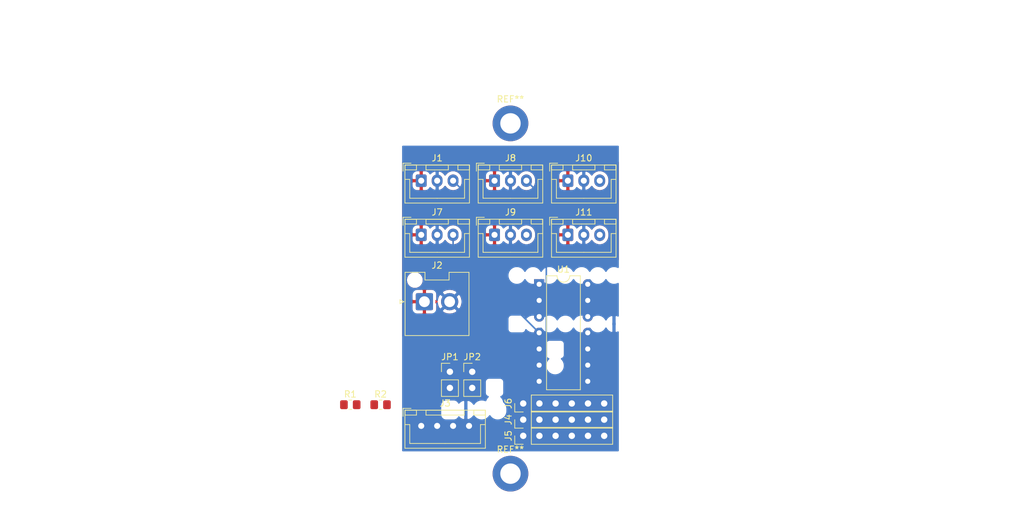
<source format=kicad_pcb>
(kicad_pcb (version 20171130) (host pcbnew 5.1.9+dfsg1-1)

  (general
    (thickness 1.6)
    (drawings 10)
    (tracks 42)
    (zones 0)
    (modules 18)
    (nets 20)
  )

  (page A4)
  (layers
    (0 F.Cu signal)
    (1 In1.Cu signal)
    (2 In2.Cu signal)
    (31 B.Cu signal)
    (32 B.Adhes user)
    (33 F.Adhes user)
    (34 B.Paste user)
    (35 F.Paste user)
    (36 B.SilkS user)
    (37 F.SilkS user)
    (38 B.Mask user)
    (39 F.Mask user)
    (40 Dwgs.User user)
    (41 Cmts.User user)
    (42 Eco1.User user)
    (43 Eco2.User user)
    (44 Edge.Cuts user)
    (45 Margin user)
    (46 B.CrtYd user)
    (47 F.CrtYd user)
    (48 B.Fab user)
    (49 F.Fab user)
  )

  (setup
    (last_trace_width 0.25)
    (user_trace_width 1)
    (user_trace_width 1.5)
    (trace_clearance 0.2)
    (zone_clearance 0.508)
    (zone_45_only no)
    (trace_min 0.2)
    (via_size 0.8)
    (via_drill 0.4)
    (via_min_size 0.4)
    (via_min_drill 0.3)
    (uvia_size 0.3)
    (uvia_drill 0.1)
    (uvias_allowed no)
    (uvia_min_size 0.2)
    (uvia_min_drill 0.1)
    (edge_width 0.05)
    (segment_width 0.2)
    (pcb_text_width 0.3)
    (pcb_text_size 1.5 1.5)
    (mod_edge_width 0.12)
    (mod_text_size 1 1)
    (mod_text_width 0.15)
    (pad_size 1.524 1.524)
    (pad_drill 0.762)
    (pad_to_mask_clearance 0)
    (aux_axis_origin 0 0)
    (visible_elements FFFFFF7F)
    (pcbplotparams
      (layerselection 0x010fc_ffffffff)
      (usegerberextensions false)
      (usegerberattributes true)
      (usegerberadvancedattributes true)
      (creategerberjobfile true)
      (excludeedgelayer true)
      (linewidth 0.100000)
      (plotframeref false)
      (viasonmask false)
      (mode 1)
      (useauxorigin false)
      (hpglpennumber 1)
      (hpglpenspeed 20)
      (hpglpendiameter 15.000000)
      (psnegative false)
      (psa4output false)
      (plotreference true)
      (plotvalue true)
      (plotinvisibletext false)
      (padsonsilk false)
      (subtractmaskfromsilk false)
      (outputformat 1)
      (mirror false)
      (drillshape 1)
      (scaleselection 1)
      (outputdirectory ""))
  )

  (net 0 "")
  (net 1 F_VCC)
  (net 2 GND)
  (net 3 OUT1)
  (net 4 IO_VCC)
  (net 5 CH1)
  (net 6 CH2)
  (net 7 "Net-(J4-Pad1)")
  (net 8 "Net-(J4-Pad2)")
  (net 9 "Net-(J4-Pad3)")
  (net 10 "Net-(J4-Pad4)")
  (net 11 "Net-(J4-Pad5)")
  (net 12 "Net-(J4-Pad6)")
  (net 13 OUT2)
  (net 14 OUT3)
  (net 15 OUT4)
  (net 16 OUT5)
  (net 17 OUT6)
  (net 18 "Net-(JP1-Pad2)")
  (net 19 "Net-(JP2-Pad2)")

  (net_class Default "This is the default net class."
    (clearance 0.2)
    (trace_width 0.25)
    (via_dia 0.8)
    (via_drill 0.4)
    (uvia_dia 0.3)
    (uvia_drill 0.1)
    (add_net CH1)
    (add_net CH2)
    (add_net F_VCC)
    (add_net GND)
    (add_net IO_VCC)
    (add_net "Net-(J4-Pad1)")
    (add_net "Net-(J4-Pad2)")
    (add_net "Net-(J4-Pad3)")
    (add_net "Net-(J4-Pad4)")
    (add_net "Net-(J4-Pad5)")
    (add_net "Net-(J4-Pad6)")
    (add_net "Net-(JP1-Pad2)")
    (add_net "Net-(JP2-Pad2)")
    (add_net OUT1)
    (add_net OUT2)
    (add_net OUT3)
    (add_net OUT4)
    (add_net OUT5)
    (add_net OUT6)
  )

  (module MountingHole:MountingHole_3.2mm_M3_DIN965_Pad (layer F.Cu) (tedit 56D1B4CB) (tstamp 636BE406)
    (at 150 50)
    (descr "Mounting Hole 3.2mm, M3, DIN965")
    (tags "mounting hole 3.2mm m3 din965")
    (attr virtual)
    (fp_text reference REF** (at 0 -3.8) (layer F.SilkS)
      (effects (font (size 1 1) (thickness 0.15)))
    )
    (fp_text value MountingHole_3.2mm_M3_DIN965_Pad (at 0 3.8) (layer F.Fab)
      (effects (font (size 1 1) (thickness 0.15)))
    )
    (fp_text user %R (at 0.3 0) (layer F.Fab)
      (effects (font (size 1 1) (thickness 0.15)))
    )
    (fp_circle (center 0 0) (end 2.8 0) (layer Cmts.User) (width 0.15))
    (fp_circle (center 0 0) (end 3.05 0) (layer F.CrtYd) (width 0.05))
    (pad 1 thru_hole circle (at 0 0) (size 5.6 5.6) (drill 3.2) (layers *.Cu *.Mask))
  )

  (module MountingHole:MountingHole_3.2mm_M3_DIN965_Pad (layer F.Cu) (tedit 56D1B4CB) (tstamp 636BE3E9)
    (at 150 105)
    (descr "Mounting Hole 3.2mm, M3, DIN965")
    (tags "mounting hole 3.2mm m3 din965")
    (attr virtual)
    (fp_text reference REF** (at 0 -3.8) (layer F.SilkS)
      (effects (font (size 1 1) (thickness 0.15)))
    )
    (fp_text value MountingHole_3.2mm_M3_DIN965_Pad (at 0 3.8) (layer F.Fab)
      (effects (font (size 1 1) (thickness 0.15)))
    )
    (fp_text user %R (at 0.3 0) (layer F.Fab)
      (effects (font (size 1 1) (thickness 0.15)))
    )
    (fp_circle (center 0 0) (end 2.8 0) (layer Cmts.User) (width 0.15))
    (fp_circle (center 0 0) (end 3.05 0) (layer F.CrtYd) (width 0.05))
    (pad 1 thru_hole circle (at 0 0) (size 5.6 5.6) (drill 3.2) (layers *.Cu *.Mask))
  )

  (module Connector_JST:JST_XH_B3B-XH-A_1x03_P2.50mm_Vertical (layer F.Cu) (tedit 5C28146C) (tstamp 636B90AC)
    (at 136 59)
    (descr "JST XH series connector, B3B-XH-A (http://www.jst-mfg.com/product/pdf/eng/eXH.pdf), generated with kicad-footprint-generator")
    (tags "connector JST XH vertical")
    (path /6378DA46)
    (fp_text reference J1 (at 2.5 -3.55) (layer F.SilkS)
      (effects (font (size 1 1) (thickness 0.15)))
    )
    (fp_text value O1 (at 2.5 4.6) (layer F.Fab)
      (effects (font (size 1 1) (thickness 0.15)))
    )
    (fp_line (start -2.85 -2.75) (end -2.85 -1.5) (layer F.SilkS) (width 0.12))
    (fp_line (start -1.6 -2.75) (end -2.85 -2.75) (layer F.SilkS) (width 0.12))
    (fp_line (start 6.8 2.75) (end 2.5 2.75) (layer F.SilkS) (width 0.12))
    (fp_line (start 6.8 -0.2) (end 6.8 2.75) (layer F.SilkS) (width 0.12))
    (fp_line (start 7.55 -0.2) (end 6.8 -0.2) (layer F.SilkS) (width 0.12))
    (fp_line (start -1.8 2.75) (end 2.5 2.75) (layer F.SilkS) (width 0.12))
    (fp_line (start -1.8 -0.2) (end -1.8 2.75) (layer F.SilkS) (width 0.12))
    (fp_line (start -2.55 -0.2) (end -1.8 -0.2) (layer F.SilkS) (width 0.12))
    (fp_line (start 7.55 -2.45) (end 5.75 -2.45) (layer F.SilkS) (width 0.12))
    (fp_line (start 7.55 -1.7) (end 7.55 -2.45) (layer F.SilkS) (width 0.12))
    (fp_line (start 5.75 -1.7) (end 7.55 -1.7) (layer F.SilkS) (width 0.12))
    (fp_line (start 5.75 -2.45) (end 5.75 -1.7) (layer F.SilkS) (width 0.12))
    (fp_line (start -0.75 -2.45) (end -2.55 -2.45) (layer F.SilkS) (width 0.12))
    (fp_line (start -0.75 -1.7) (end -0.75 -2.45) (layer F.SilkS) (width 0.12))
    (fp_line (start -2.55 -1.7) (end -0.75 -1.7) (layer F.SilkS) (width 0.12))
    (fp_line (start -2.55 -2.45) (end -2.55 -1.7) (layer F.SilkS) (width 0.12))
    (fp_line (start 4.25 -2.45) (end 0.75 -2.45) (layer F.SilkS) (width 0.12))
    (fp_line (start 4.25 -1.7) (end 4.25 -2.45) (layer F.SilkS) (width 0.12))
    (fp_line (start 0.75 -1.7) (end 4.25 -1.7) (layer F.SilkS) (width 0.12))
    (fp_line (start 0.75 -2.45) (end 0.75 -1.7) (layer F.SilkS) (width 0.12))
    (fp_line (start 0 -1.35) (end 0.625 -2.35) (layer F.Fab) (width 0.1))
    (fp_line (start -0.625 -2.35) (end 0 -1.35) (layer F.Fab) (width 0.1))
    (fp_line (start 7.95 -2.85) (end -2.95 -2.85) (layer F.CrtYd) (width 0.05))
    (fp_line (start 7.95 3.9) (end 7.95 -2.85) (layer F.CrtYd) (width 0.05))
    (fp_line (start -2.95 3.9) (end 7.95 3.9) (layer F.CrtYd) (width 0.05))
    (fp_line (start -2.95 -2.85) (end -2.95 3.9) (layer F.CrtYd) (width 0.05))
    (fp_line (start 7.56 -2.46) (end -2.56 -2.46) (layer F.SilkS) (width 0.12))
    (fp_line (start 7.56 3.51) (end 7.56 -2.46) (layer F.SilkS) (width 0.12))
    (fp_line (start -2.56 3.51) (end 7.56 3.51) (layer F.SilkS) (width 0.12))
    (fp_line (start -2.56 -2.46) (end -2.56 3.51) (layer F.SilkS) (width 0.12))
    (fp_line (start 7.45 -2.35) (end -2.45 -2.35) (layer F.Fab) (width 0.1))
    (fp_line (start 7.45 3.4) (end 7.45 -2.35) (layer F.Fab) (width 0.1))
    (fp_line (start -2.45 3.4) (end 7.45 3.4) (layer F.Fab) (width 0.1))
    (fp_line (start -2.45 -2.35) (end -2.45 3.4) (layer F.Fab) (width 0.1))
    (fp_text user %R (at 2.5 2.7) (layer F.Fab)
      (effects (font (size 1 1) (thickness 0.15)))
    )
    (pad 1 thru_hole roundrect (at 0 0) (size 1.7 1.95) (drill 0.95) (layers *.Cu *.Mask) (roundrect_rratio 0.147059)
      (net 1 F_VCC))
    (pad 2 thru_hole oval (at 2.5 0) (size 1.7 1.95) (drill 0.95) (layers *.Cu *.Mask)
      (net 2 GND))
    (pad 3 thru_hole oval (at 5 0) (size 1.7 1.95) (drill 0.95) (layers *.Cu *.Mask)
      (net 3 OUT1))
    (model ${KISYS3DMOD}/Connector_JST.3dshapes/JST_XH_B3B-XH-A_1x03_P2.50mm_Vertical.wrl
      (at (xyz 0 0 0))
      (scale (xyz 1 1 1))
      (rotate (xyz 0 0 0))
    )
  )

  (module Connector_JST:JST_VH_B2P-VH-FB-B_1x02_P3.96mm_Vertical (layer F.Cu) (tedit 5B774DBF) (tstamp 636B90D1)
    (at 136.5 78)
    (descr "JST VH series connector, B2P-VH-FB-B, shrouded (http://www.jst-mfg.com/product/pdf/eng/eVH.pdf),  generated with kicad-footprint-generator")
    (tags "connector JST VH side entry")
    (path /6385DAFB)
    (fp_text reference J2 (at 1.98 -5.7) (layer F.SilkS)
      (effects (font (size 1 1) (thickness 0.15)))
    )
    (fp_text value FAN_PWR (at 1.98 6.4) (layer F.Fab)
      (effects (font (size 1 1) (thickness 0.15)))
    )
    (fp_line (start -3.83 -0.3) (end -3.23 0) (layer F.SilkS) (width 0.12))
    (fp_line (start -3.83 0.3) (end -3.83 -0.3) (layer F.SilkS) (width 0.12))
    (fp_line (start -3.23 0) (end -3.83 0.3) (layer F.SilkS) (width 0.12))
    (fp_line (start 6.99 5.31) (end -3.03 5.31) (layer F.SilkS) (width 0.12))
    (fp_line (start 6.99 -4.61) (end 6.99 5.31) (layer F.SilkS) (width 0.12))
    (fp_line (start 3.87 -4.61) (end 6.99 -4.61) (layer F.SilkS) (width 0.12))
    (fp_line (start 3.87 -3.41) (end 3.87 -4.61) (layer F.SilkS) (width 0.12))
    (fp_line (start 0.09 -3.41) (end 3.87 -3.41) (layer F.SilkS) (width 0.12))
    (fp_line (start 0.09 -4.61) (end 0.09 -3.41) (layer F.SilkS) (width 0.12))
    (fp_line (start -3.03 -4.61) (end 0.09 -4.61) (layer F.SilkS) (width 0.12))
    (fp_line (start -3.03 5.31) (end -3.03 -4.61) (layer F.SilkS) (width 0.12))
    (fp_line (start 7.38 -5) (end -3.42 -5) (layer F.CrtYd) (width 0.05))
    (fp_line (start 7.38 5.7) (end 7.38 -5) (layer F.CrtYd) (width 0.05))
    (fp_line (start -3.42 5.7) (end 7.38 5.7) (layer F.CrtYd) (width 0.05))
    (fp_line (start -3.42 -5) (end -3.42 5.7) (layer F.CrtYd) (width 0.05))
    (fp_line (start -2.92 1) (end -1.92 0) (layer F.Fab) (width 0.1))
    (fp_line (start -2.92 -1) (end -1.92 0) (layer F.Fab) (width 0.1))
    (fp_line (start 5.96 4.3) (end -2 4.3) (layer F.Fab) (width 0.1))
    (fp_line (start 5.96 -2.1) (end 5.96 4.3) (layer F.Fab) (width 0.1))
    (fp_line (start -2 -2.1) (end 5.96 -2.1) (layer F.Fab) (width 0.1))
    (fp_line (start -2 4.3) (end -2 -2.1) (layer F.Fab) (width 0.1))
    (fp_line (start 6.88 5.2) (end -2.92 5.2) (layer F.Fab) (width 0.1))
    (fp_line (start 6.88 -4.5) (end 6.88 5.2) (layer F.Fab) (width 0.1))
    (fp_line (start 3.98 -4.5) (end 6.88 -4.5) (layer F.Fab) (width 0.1))
    (fp_line (start 3.98 -3.3) (end 3.98 -4.5) (layer F.Fab) (width 0.1))
    (fp_line (start -0.02 -3.3) (end 3.98 -3.3) (layer F.Fab) (width 0.1))
    (fp_line (start -0.02 -4.5) (end -0.02 -3.3) (layer F.Fab) (width 0.1))
    (fp_line (start -2.92 -4.5) (end -0.02 -4.5) (layer F.Fab) (width 0.1))
    (fp_line (start -2.92 5.2) (end -2.92 -4.5) (layer F.Fab) (width 0.1))
    (fp_text user %R (at 1.98 2.5) (layer F.Fab)
      (effects (font (size 1 1) (thickness 0.15)))
    )
    (pad 1 thru_hole roundrect (at 0 0) (size 2.7 2.7) (drill 1.7) (layers *.Cu *.Mask) (roundrect_rratio 0.09259299999999999)
      (net 1 F_VCC))
    (pad 2 thru_hole circle (at 3.96 0) (size 2.7 2.7) (drill 1.7) (layers *.Cu *.Mask)
      (net 2 GND))
    (pad "" np_thru_hole circle (at -1.5 -3.4) (size 1.45 1.45) (drill 1.45) (layers *.Cu *.Mask))
    (model ${KISYS3DMOD}/Connector_JST.3dshapes/JST_VH_B2P-VH-FB-B_1x02_P3.96mm_Vertical.wrl
      (at (xyz 0 0 0))
      (scale (xyz 1 1 1))
      (rotate (xyz 0 0 0))
    )
  )

  (module Connector_JST:JST_XH_B4B-XH-A_1x04_P2.50mm_Vertical (layer F.Cu) (tedit 5C28146C) (tstamp 636B90FC)
    (at 136 97.5)
    (descr "JST XH series connector, B4B-XH-A (http://www.jst-mfg.com/product/pdf/eng/eXH.pdf), generated with kicad-footprint-generator")
    (tags "connector JST XH vertical")
    (path /63886E1D)
    (fp_text reference J3 (at 3.75 -3.55) (layer F.SilkS)
      (effects (font (size 1 1) (thickness 0.15)))
    )
    (fp_text value IO (at 3.75 4.6) (layer F.Fab)
      (effects (font (size 1 1) (thickness 0.15)))
    )
    (fp_line (start -2.85 -2.75) (end -2.85 -1.5) (layer F.SilkS) (width 0.12))
    (fp_line (start -1.6 -2.75) (end -2.85 -2.75) (layer F.SilkS) (width 0.12))
    (fp_line (start 9.3 2.75) (end 3.75 2.75) (layer F.SilkS) (width 0.12))
    (fp_line (start 9.3 -0.2) (end 9.3 2.75) (layer F.SilkS) (width 0.12))
    (fp_line (start 10.05 -0.2) (end 9.3 -0.2) (layer F.SilkS) (width 0.12))
    (fp_line (start -1.8 2.75) (end 3.75 2.75) (layer F.SilkS) (width 0.12))
    (fp_line (start -1.8 -0.2) (end -1.8 2.75) (layer F.SilkS) (width 0.12))
    (fp_line (start -2.55 -0.2) (end -1.8 -0.2) (layer F.SilkS) (width 0.12))
    (fp_line (start 10.05 -2.45) (end 8.25 -2.45) (layer F.SilkS) (width 0.12))
    (fp_line (start 10.05 -1.7) (end 10.05 -2.45) (layer F.SilkS) (width 0.12))
    (fp_line (start 8.25 -1.7) (end 10.05 -1.7) (layer F.SilkS) (width 0.12))
    (fp_line (start 8.25 -2.45) (end 8.25 -1.7) (layer F.SilkS) (width 0.12))
    (fp_line (start -0.75 -2.45) (end -2.55 -2.45) (layer F.SilkS) (width 0.12))
    (fp_line (start -0.75 -1.7) (end -0.75 -2.45) (layer F.SilkS) (width 0.12))
    (fp_line (start -2.55 -1.7) (end -0.75 -1.7) (layer F.SilkS) (width 0.12))
    (fp_line (start -2.55 -2.45) (end -2.55 -1.7) (layer F.SilkS) (width 0.12))
    (fp_line (start 6.75 -2.45) (end 0.75 -2.45) (layer F.SilkS) (width 0.12))
    (fp_line (start 6.75 -1.7) (end 6.75 -2.45) (layer F.SilkS) (width 0.12))
    (fp_line (start 0.75 -1.7) (end 6.75 -1.7) (layer F.SilkS) (width 0.12))
    (fp_line (start 0.75 -2.45) (end 0.75 -1.7) (layer F.SilkS) (width 0.12))
    (fp_line (start 0 -1.35) (end 0.625 -2.35) (layer F.Fab) (width 0.1))
    (fp_line (start -0.625 -2.35) (end 0 -1.35) (layer F.Fab) (width 0.1))
    (fp_line (start 10.45 -2.85) (end -2.95 -2.85) (layer F.CrtYd) (width 0.05))
    (fp_line (start 10.45 3.9) (end 10.45 -2.85) (layer F.CrtYd) (width 0.05))
    (fp_line (start -2.95 3.9) (end 10.45 3.9) (layer F.CrtYd) (width 0.05))
    (fp_line (start -2.95 -2.85) (end -2.95 3.9) (layer F.CrtYd) (width 0.05))
    (fp_line (start 10.06 -2.46) (end -2.56 -2.46) (layer F.SilkS) (width 0.12))
    (fp_line (start 10.06 3.51) (end 10.06 -2.46) (layer F.SilkS) (width 0.12))
    (fp_line (start -2.56 3.51) (end 10.06 3.51) (layer F.SilkS) (width 0.12))
    (fp_line (start -2.56 -2.46) (end -2.56 3.51) (layer F.SilkS) (width 0.12))
    (fp_line (start 9.95 -2.35) (end -2.45 -2.35) (layer F.Fab) (width 0.1))
    (fp_line (start 9.95 3.4) (end 9.95 -2.35) (layer F.Fab) (width 0.1))
    (fp_line (start -2.45 3.4) (end 9.95 3.4) (layer F.Fab) (width 0.1))
    (fp_line (start -2.45 -2.35) (end -2.45 3.4) (layer F.Fab) (width 0.1))
    (fp_text user %R (at 3.75 2.7) (layer F.Fab)
      (effects (font (size 1 1) (thickness 0.15)))
    )
    (pad 1 thru_hole roundrect (at 0 0) (size 1.7 1.95) (drill 0.95) (layers *.Cu *.Mask) (roundrect_rratio 0.147059)
      (net 4 IO_VCC))
    (pad 2 thru_hole oval (at 2.5 0) (size 1.7 1.95) (drill 0.95) (layers *.Cu *.Mask)
      (net 2 GND))
    (pad 3 thru_hole oval (at 5 0) (size 1.7 1.95) (drill 0.95) (layers *.Cu *.Mask)
      (net 5 CH1))
    (pad 4 thru_hole oval (at 7.5 0) (size 1.7 1.95) (drill 0.95) (layers *.Cu *.Mask)
      (net 6 CH2))
    (model ${KISYS3DMOD}/Connector_JST.3dshapes/JST_XH_B4B-XH-A_1x04_P2.50mm_Vertical.wrl
      (at (xyz 0 0 0))
      (scale (xyz 1 1 1))
      (rotate (xyz 0 0 0))
    )
  )

  (module Connector_PinHeader_2.54mm:PinHeader_1x06_P2.54mm_Vertical (layer F.Cu) (tedit 59FED5CC) (tstamp 636B9116)
    (at 152 96.52 90)
    (descr "Through hole straight pin header, 1x06, 2.54mm pitch, single row")
    (tags "Through hole pin header THT 1x06 2.54mm single row")
    (path /6379B4EE)
    (fp_text reference J4 (at 0 -2.33 90) (layer F.SilkS)
      (effects (font (size 1 1) (thickness 0.15)))
    )
    (fp_text value CH_SEL (at 0 15.03 90) (layer F.Fab)
      (effects (font (size 1 1) (thickness 0.15)))
    )
    (fp_line (start 1.8 -1.8) (end -1.8 -1.8) (layer F.CrtYd) (width 0.05))
    (fp_line (start 1.8 14.5) (end 1.8 -1.8) (layer F.CrtYd) (width 0.05))
    (fp_line (start -1.8 14.5) (end 1.8 14.5) (layer F.CrtYd) (width 0.05))
    (fp_line (start -1.8 -1.8) (end -1.8 14.5) (layer F.CrtYd) (width 0.05))
    (fp_line (start -1.33 -1.33) (end 0 -1.33) (layer F.SilkS) (width 0.12))
    (fp_line (start -1.33 0) (end -1.33 -1.33) (layer F.SilkS) (width 0.12))
    (fp_line (start -1.33 1.27) (end 1.33 1.27) (layer F.SilkS) (width 0.12))
    (fp_line (start 1.33 1.27) (end 1.33 14.03) (layer F.SilkS) (width 0.12))
    (fp_line (start -1.33 1.27) (end -1.33 14.03) (layer F.SilkS) (width 0.12))
    (fp_line (start -1.33 14.03) (end 1.33 14.03) (layer F.SilkS) (width 0.12))
    (fp_line (start -1.27 -0.635) (end -0.635 -1.27) (layer F.Fab) (width 0.1))
    (fp_line (start -1.27 13.97) (end -1.27 -0.635) (layer F.Fab) (width 0.1))
    (fp_line (start 1.27 13.97) (end -1.27 13.97) (layer F.Fab) (width 0.1))
    (fp_line (start 1.27 -1.27) (end 1.27 13.97) (layer F.Fab) (width 0.1))
    (fp_line (start -0.635 -1.27) (end 1.27 -1.27) (layer F.Fab) (width 0.1))
    (fp_text user %R (at 0 6.35) (layer F.Fab)
      (effects (font (size 1 1) (thickness 0.15)))
    )
    (pad 1 thru_hole rect (at 0 0 90) (size 1.7 1.7) (drill 1) (layers *.Cu *.Mask)
      (net 7 "Net-(J4-Pad1)"))
    (pad 2 thru_hole oval (at 0 2.54 90) (size 1.7 1.7) (drill 1) (layers *.Cu *.Mask)
      (net 8 "Net-(J4-Pad2)"))
    (pad 3 thru_hole oval (at 0 5.08 90) (size 1.7 1.7) (drill 1) (layers *.Cu *.Mask)
      (net 9 "Net-(J4-Pad3)"))
    (pad 4 thru_hole oval (at 0 7.62 90) (size 1.7 1.7) (drill 1) (layers *.Cu *.Mask)
      (net 10 "Net-(J4-Pad4)"))
    (pad 5 thru_hole oval (at 0 10.16 90) (size 1.7 1.7) (drill 1) (layers *.Cu *.Mask)
      (net 11 "Net-(J4-Pad5)"))
    (pad 6 thru_hole oval (at 0 12.7 90) (size 1.7 1.7) (drill 1) (layers *.Cu *.Mask)
      (net 12 "Net-(J4-Pad6)"))
    (model ${KISYS3DMOD}/Connector_PinHeader_2.54mm.3dshapes/PinHeader_1x06_P2.54mm_Vertical.wrl
      (at (xyz 0 0 0))
      (scale (xyz 1 1 1))
      (rotate (xyz 0 0 0))
    )
  )

  (module Connector_PinHeader_2.54mm:PinHeader_1x06_P2.54mm_Vertical (layer F.Cu) (tedit 59FED5CC) (tstamp 636B9130)
    (at 152 99.06 90)
    (descr "Through hole straight pin header, 1x06, 2.54mm pitch, single row")
    (tags "Through hole pin header THT 1x06 2.54mm single row")
    (path /638193F2)
    (fp_text reference J5 (at 0 -2.33 90) (layer F.SilkS)
      (effects (font (size 1 1) (thickness 0.15)))
    )
    (fp_text value CH1_SEL (at 0 15.03 90) (layer F.Fab)
      (effects (font (size 1 1) (thickness 0.15)))
    )
    (fp_text user %R (at 0 6.35) (layer F.Fab)
      (effects (font (size 1 1) (thickness 0.15)))
    )
    (fp_line (start -0.635 -1.27) (end 1.27 -1.27) (layer F.Fab) (width 0.1))
    (fp_line (start 1.27 -1.27) (end 1.27 13.97) (layer F.Fab) (width 0.1))
    (fp_line (start 1.27 13.97) (end -1.27 13.97) (layer F.Fab) (width 0.1))
    (fp_line (start -1.27 13.97) (end -1.27 -0.635) (layer F.Fab) (width 0.1))
    (fp_line (start -1.27 -0.635) (end -0.635 -1.27) (layer F.Fab) (width 0.1))
    (fp_line (start -1.33 14.03) (end 1.33 14.03) (layer F.SilkS) (width 0.12))
    (fp_line (start -1.33 1.27) (end -1.33 14.03) (layer F.SilkS) (width 0.12))
    (fp_line (start 1.33 1.27) (end 1.33 14.03) (layer F.SilkS) (width 0.12))
    (fp_line (start -1.33 1.27) (end 1.33 1.27) (layer F.SilkS) (width 0.12))
    (fp_line (start -1.33 0) (end -1.33 -1.33) (layer F.SilkS) (width 0.12))
    (fp_line (start -1.33 -1.33) (end 0 -1.33) (layer F.SilkS) (width 0.12))
    (fp_line (start -1.8 -1.8) (end -1.8 14.5) (layer F.CrtYd) (width 0.05))
    (fp_line (start -1.8 14.5) (end 1.8 14.5) (layer F.CrtYd) (width 0.05))
    (fp_line (start 1.8 14.5) (end 1.8 -1.8) (layer F.CrtYd) (width 0.05))
    (fp_line (start 1.8 -1.8) (end -1.8 -1.8) (layer F.CrtYd) (width 0.05))
    (pad 6 thru_hole oval (at 0 12.7 90) (size 1.7 1.7) (drill 1) (layers *.Cu *.Mask)
      (net 5 CH1))
    (pad 5 thru_hole oval (at 0 10.16 90) (size 1.7 1.7) (drill 1) (layers *.Cu *.Mask)
      (net 5 CH1))
    (pad 4 thru_hole oval (at 0 7.62 90) (size 1.7 1.7) (drill 1) (layers *.Cu *.Mask)
      (net 5 CH1))
    (pad 3 thru_hole oval (at 0 5.08 90) (size 1.7 1.7) (drill 1) (layers *.Cu *.Mask)
      (net 5 CH1))
    (pad 2 thru_hole oval (at 0 2.54 90) (size 1.7 1.7) (drill 1) (layers *.Cu *.Mask)
      (net 5 CH1))
    (pad 1 thru_hole rect (at 0 0 90) (size 1.7 1.7) (drill 1) (layers *.Cu *.Mask)
      (net 5 CH1))
    (model ${KISYS3DMOD}/Connector_PinHeader_2.54mm.3dshapes/PinHeader_1x06_P2.54mm_Vertical.wrl
      (at (xyz 0 0 0))
      (scale (xyz 1 1 1))
      (rotate (xyz 0 0 0))
    )
  )

  (module Connector_PinHeader_2.54mm:PinHeader_1x06_P2.54mm_Vertical (layer F.Cu) (tedit 59FED5CC) (tstamp 636B914A)
    (at 152 93.98 90)
    (descr "Through hole straight pin header, 1x06, 2.54mm pitch, single row")
    (tags "Through hole pin header THT 1x06 2.54mm single row")
    (path /63819C03)
    (fp_text reference J6 (at 0 -2.33 90) (layer F.SilkS)
      (effects (font (size 1 1) (thickness 0.15)))
    )
    (fp_text value CH2_SEL (at 0 15.03 90) (layer F.Fab)
      (effects (font (size 1 1) (thickness 0.15)))
    )
    (fp_line (start 1.8 -1.8) (end -1.8 -1.8) (layer F.CrtYd) (width 0.05))
    (fp_line (start 1.8 14.5) (end 1.8 -1.8) (layer F.CrtYd) (width 0.05))
    (fp_line (start -1.8 14.5) (end 1.8 14.5) (layer F.CrtYd) (width 0.05))
    (fp_line (start -1.8 -1.8) (end -1.8 14.5) (layer F.CrtYd) (width 0.05))
    (fp_line (start -1.33 -1.33) (end 0 -1.33) (layer F.SilkS) (width 0.12))
    (fp_line (start -1.33 0) (end -1.33 -1.33) (layer F.SilkS) (width 0.12))
    (fp_line (start -1.33 1.27) (end 1.33 1.27) (layer F.SilkS) (width 0.12))
    (fp_line (start 1.33 1.27) (end 1.33 14.03) (layer F.SilkS) (width 0.12))
    (fp_line (start -1.33 1.27) (end -1.33 14.03) (layer F.SilkS) (width 0.12))
    (fp_line (start -1.33 14.03) (end 1.33 14.03) (layer F.SilkS) (width 0.12))
    (fp_line (start -1.27 -0.635) (end -0.635 -1.27) (layer F.Fab) (width 0.1))
    (fp_line (start -1.27 13.97) (end -1.27 -0.635) (layer F.Fab) (width 0.1))
    (fp_line (start 1.27 13.97) (end -1.27 13.97) (layer F.Fab) (width 0.1))
    (fp_line (start 1.27 -1.27) (end 1.27 13.97) (layer F.Fab) (width 0.1))
    (fp_line (start -0.635 -1.27) (end 1.27 -1.27) (layer F.Fab) (width 0.1))
    (fp_text user %R (at 0 6.35) (layer F.Fab)
      (effects (font (size 1 1) (thickness 0.15)))
    )
    (pad 1 thru_hole rect (at 0 0 90) (size 1.7 1.7) (drill 1) (layers *.Cu *.Mask)
      (net 6 CH2))
    (pad 2 thru_hole oval (at 0 2.54 90) (size 1.7 1.7) (drill 1) (layers *.Cu *.Mask)
      (net 6 CH2))
    (pad 3 thru_hole oval (at 0 5.08 90) (size 1.7 1.7) (drill 1) (layers *.Cu *.Mask)
      (net 6 CH2))
    (pad 4 thru_hole oval (at 0 7.62 90) (size 1.7 1.7) (drill 1) (layers *.Cu *.Mask)
      (net 6 CH2))
    (pad 5 thru_hole oval (at 0 10.16 90) (size 1.7 1.7) (drill 1) (layers *.Cu *.Mask)
      (net 6 CH2))
    (pad 6 thru_hole oval (at 0 12.7 90) (size 1.7 1.7) (drill 1) (layers *.Cu *.Mask)
      (net 6 CH2))
    (model ${KISYS3DMOD}/Connector_PinHeader_2.54mm.3dshapes/PinHeader_1x06_P2.54mm_Vertical.wrl
      (at (xyz 0 0 0))
      (scale (xyz 1 1 1))
      (rotate (xyz 0 0 0))
    )
  )

  (module Connector_JST:JST_XH_B3B-XH-A_1x03_P2.50mm_Vertical (layer F.Cu) (tedit 5C28146C) (tstamp 636B9174)
    (at 136 67.5)
    (descr "JST XH series connector, B3B-XH-A (http://www.jst-mfg.com/product/pdf/eng/eXH.pdf), generated with kicad-footprint-generator")
    (tags "connector JST XH vertical")
    (path /637C8630)
    (fp_text reference J7 (at 2.5 -3.55) (layer F.SilkS)
      (effects (font (size 1 1) (thickness 0.15)))
    )
    (fp_text value O2 (at 2.5 4.6) (layer F.Fab)
      (effects (font (size 1 1) (thickness 0.15)))
    )
    (fp_text user %R (at 2.5 2.7) (layer F.Fab)
      (effects (font (size 1 1) (thickness 0.15)))
    )
    (fp_line (start -2.45 -2.35) (end -2.45 3.4) (layer F.Fab) (width 0.1))
    (fp_line (start -2.45 3.4) (end 7.45 3.4) (layer F.Fab) (width 0.1))
    (fp_line (start 7.45 3.4) (end 7.45 -2.35) (layer F.Fab) (width 0.1))
    (fp_line (start 7.45 -2.35) (end -2.45 -2.35) (layer F.Fab) (width 0.1))
    (fp_line (start -2.56 -2.46) (end -2.56 3.51) (layer F.SilkS) (width 0.12))
    (fp_line (start -2.56 3.51) (end 7.56 3.51) (layer F.SilkS) (width 0.12))
    (fp_line (start 7.56 3.51) (end 7.56 -2.46) (layer F.SilkS) (width 0.12))
    (fp_line (start 7.56 -2.46) (end -2.56 -2.46) (layer F.SilkS) (width 0.12))
    (fp_line (start -2.95 -2.85) (end -2.95 3.9) (layer F.CrtYd) (width 0.05))
    (fp_line (start -2.95 3.9) (end 7.95 3.9) (layer F.CrtYd) (width 0.05))
    (fp_line (start 7.95 3.9) (end 7.95 -2.85) (layer F.CrtYd) (width 0.05))
    (fp_line (start 7.95 -2.85) (end -2.95 -2.85) (layer F.CrtYd) (width 0.05))
    (fp_line (start -0.625 -2.35) (end 0 -1.35) (layer F.Fab) (width 0.1))
    (fp_line (start 0 -1.35) (end 0.625 -2.35) (layer F.Fab) (width 0.1))
    (fp_line (start 0.75 -2.45) (end 0.75 -1.7) (layer F.SilkS) (width 0.12))
    (fp_line (start 0.75 -1.7) (end 4.25 -1.7) (layer F.SilkS) (width 0.12))
    (fp_line (start 4.25 -1.7) (end 4.25 -2.45) (layer F.SilkS) (width 0.12))
    (fp_line (start 4.25 -2.45) (end 0.75 -2.45) (layer F.SilkS) (width 0.12))
    (fp_line (start -2.55 -2.45) (end -2.55 -1.7) (layer F.SilkS) (width 0.12))
    (fp_line (start -2.55 -1.7) (end -0.75 -1.7) (layer F.SilkS) (width 0.12))
    (fp_line (start -0.75 -1.7) (end -0.75 -2.45) (layer F.SilkS) (width 0.12))
    (fp_line (start -0.75 -2.45) (end -2.55 -2.45) (layer F.SilkS) (width 0.12))
    (fp_line (start 5.75 -2.45) (end 5.75 -1.7) (layer F.SilkS) (width 0.12))
    (fp_line (start 5.75 -1.7) (end 7.55 -1.7) (layer F.SilkS) (width 0.12))
    (fp_line (start 7.55 -1.7) (end 7.55 -2.45) (layer F.SilkS) (width 0.12))
    (fp_line (start 7.55 -2.45) (end 5.75 -2.45) (layer F.SilkS) (width 0.12))
    (fp_line (start -2.55 -0.2) (end -1.8 -0.2) (layer F.SilkS) (width 0.12))
    (fp_line (start -1.8 -0.2) (end -1.8 2.75) (layer F.SilkS) (width 0.12))
    (fp_line (start -1.8 2.75) (end 2.5 2.75) (layer F.SilkS) (width 0.12))
    (fp_line (start 7.55 -0.2) (end 6.8 -0.2) (layer F.SilkS) (width 0.12))
    (fp_line (start 6.8 -0.2) (end 6.8 2.75) (layer F.SilkS) (width 0.12))
    (fp_line (start 6.8 2.75) (end 2.5 2.75) (layer F.SilkS) (width 0.12))
    (fp_line (start -1.6 -2.75) (end -2.85 -2.75) (layer F.SilkS) (width 0.12))
    (fp_line (start -2.85 -2.75) (end -2.85 -1.5) (layer F.SilkS) (width 0.12))
    (pad 3 thru_hole oval (at 5 0) (size 1.7 1.95) (drill 0.95) (layers *.Cu *.Mask)
      (net 13 OUT2))
    (pad 2 thru_hole oval (at 2.5 0) (size 1.7 1.95) (drill 0.95) (layers *.Cu *.Mask)
      (net 2 GND))
    (pad 1 thru_hole roundrect (at 0 0) (size 1.7 1.95) (drill 0.95) (layers *.Cu *.Mask) (roundrect_rratio 0.147059)
      (net 1 F_VCC))
    (model ${KISYS3DMOD}/Connector_JST.3dshapes/JST_XH_B3B-XH-A_1x03_P2.50mm_Vertical.wrl
      (at (xyz 0 0 0))
      (scale (xyz 1 1 1))
      (rotate (xyz 0 0 0))
    )
  )

  (module Connector_JST:JST_XH_B3B-XH-A_1x03_P2.50mm_Vertical (layer F.Cu) (tedit 5C28146C) (tstamp 636B919E)
    (at 147.5 59)
    (descr "JST XH series connector, B3B-XH-A (http://www.jst-mfg.com/product/pdf/eng/eXH.pdf), generated with kicad-footprint-generator")
    (tags "connector JST XH vertical")
    (path /637C9F8F)
    (fp_text reference J8 (at 2.5 -3.55) (layer F.SilkS)
      (effects (font (size 1 1) (thickness 0.15)))
    )
    (fp_text value O3 (at 2.5 4.6) (layer F.Fab)
      (effects (font (size 1 1) (thickness 0.15)))
    )
    (fp_line (start -2.85 -2.75) (end -2.85 -1.5) (layer F.SilkS) (width 0.12))
    (fp_line (start -1.6 -2.75) (end -2.85 -2.75) (layer F.SilkS) (width 0.12))
    (fp_line (start 6.8 2.75) (end 2.5 2.75) (layer F.SilkS) (width 0.12))
    (fp_line (start 6.8 -0.2) (end 6.8 2.75) (layer F.SilkS) (width 0.12))
    (fp_line (start 7.55 -0.2) (end 6.8 -0.2) (layer F.SilkS) (width 0.12))
    (fp_line (start -1.8 2.75) (end 2.5 2.75) (layer F.SilkS) (width 0.12))
    (fp_line (start -1.8 -0.2) (end -1.8 2.75) (layer F.SilkS) (width 0.12))
    (fp_line (start -2.55 -0.2) (end -1.8 -0.2) (layer F.SilkS) (width 0.12))
    (fp_line (start 7.55 -2.45) (end 5.75 -2.45) (layer F.SilkS) (width 0.12))
    (fp_line (start 7.55 -1.7) (end 7.55 -2.45) (layer F.SilkS) (width 0.12))
    (fp_line (start 5.75 -1.7) (end 7.55 -1.7) (layer F.SilkS) (width 0.12))
    (fp_line (start 5.75 -2.45) (end 5.75 -1.7) (layer F.SilkS) (width 0.12))
    (fp_line (start -0.75 -2.45) (end -2.55 -2.45) (layer F.SilkS) (width 0.12))
    (fp_line (start -0.75 -1.7) (end -0.75 -2.45) (layer F.SilkS) (width 0.12))
    (fp_line (start -2.55 -1.7) (end -0.75 -1.7) (layer F.SilkS) (width 0.12))
    (fp_line (start -2.55 -2.45) (end -2.55 -1.7) (layer F.SilkS) (width 0.12))
    (fp_line (start 4.25 -2.45) (end 0.75 -2.45) (layer F.SilkS) (width 0.12))
    (fp_line (start 4.25 -1.7) (end 4.25 -2.45) (layer F.SilkS) (width 0.12))
    (fp_line (start 0.75 -1.7) (end 4.25 -1.7) (layer F.SilkS) (width 0.12))
    (fp_line (start 0.75 -2.45) (end 0.75 -1.7) (layer F.SilkS) (width 0.12))
    (fp_line (start 0 -1.35) (end 0.625 -2.35) (layer F.Fab) (width 0.1))
    (fp_line (start -0.625 -2.35) (end 0 -1.35) (layer F.Fab) (width 0.1))
    (fp_line (start 7.95 -2.85) (end -2.95 -2.85) (layer F.CrtYd) (width 0.05))
    (fp_line (start 7.95 3.9) (end 7.95 -2.85) (layer F.CrtYd) (width 0.05))
    (fp_line (start -2.95 3.9) (end 7.95 3.9) (layer F.CrtYd) (width 0.05))
    (fp_line (start -2.95 -2.85) (end -2.95 3.9) (layer F.CrtYd) (width 0.05))
    (fp_line (start 7.56 -2.46) (end -2.56 -2.46) (layer F.SilkS) (width 0.12))
    (fp_line (start 7.56 3.51) (end 7.56 -2.46) (layer F.SilkS) (width 0.12))
    (fp_line (start -2.56 3.51) (end 7.56 3.51) (layer F.SilkS) (width 0.12))
    (fp_line (start -2.56 -2.46) (end -2.56 3.51) (layer F.SilkS) (width 0.12))
    (fp_line (start 7.45 -2.35) (end -2.45 -2.35) (layer F.Fab) (width 0.1))
    (fp_line (start 7.45 3.4) (end 7.45 -2.35) (layer F.Fab) (width 0.1))
    (fp_line (start -2.45 3.4) (end 7.45 3.4) (layer F.Fab) (width 0.1))
    (fp_line (start -2.45 -2.35) (end -2.45 3.4) (layer F.Fab) (width 0.1))
    (fp_text user %R (at 2.5 2.7) (layer F.Fab)
      (effects (font (size 1 1) (thickness 0.15)))
    )
    (pad 1 thru_hole roundrect (at 0 0) (size 1.7 1.95) (drill 0.95) (layers *.Cu *.Mask) (roundrect_rratio 0.147059)
      (net 1 F_VCC))
    (pad 2 thru_hole oval (at 2.5 0) (size 1.7 1.95) (drill 0.95) (layers *.Cu *.Mask)
      (net 2 GND))
    (pad 3 thru_hole oval (at 5 0) (size 1.7 1.95) (drill 0.95) (layers *.Cu *.Mask)
      (net 14 OUT3))
    (model ${KISYS3DMOD}/Connector_JST.3dshapes/JST_XH_B3B-XH-A_1x03_P2.50mm_Vertical.wrl
      (at (xyz 0 0 0))
      (scale (xyz 1 1 1))
      (rotate (xyz 0 0 0))
    )
  )

  (module Connector_JST:JST_XH_B3B-XH-A_1x03_P2.50mm_Vertical (layer F.Cu) (tedit 5C28146C) (tstamp 636B91C8)
    (at 147.5 67.5)
    (descr "JST XH series connector, B3B-XH-A (http://www.jst-mfg.com/product/pdf/eng/eXH.pdf), generated with kicad-footprint-generator")
    (tags "connector JST XH vertical")
    (path /637CB525)
    (fp_text reference J9 (at 2.5 -3.55) (layer F.SilkS)
      (effects (font (size 1 1) (thickness 0.15)))
    )
    (fp_text value O4 (at 2.5 4.6) (layer F.Fab)
      (effects (font (size 1 1) (thickness 0.15)))
    )
    (fp_text user %R (at 2.5 2.7) (layer F.Fab)
      (effects (font (size 1 1) (thickness 0.15)))
    )
    (fp_line (start -2.45 -2.35) (end -2.45 3.4) (layer F.Fab) (width 0.1))
    (fp_line (start -2.45 3.4) (end 7.45 3.4) (layer F.Fab) (width 0.1))
    (fp_line (start 7.45 3.4) (end 7.45 -2.35) (layer F.Fab) (width 0.1))
    (fp_line (start 7.45 -2.35) (end -2.45 -2.35) (layer F.Fab) (width 0.1))
    (fp_line (start -2.56 -2.46) (end -2.56 3.51) (layer F.SilkS) (width 0.12))
    (fp_line (start -2.56 3.51) (end 7.56 3.51) (layer F.SilkS) (width 0.12))
    (fp_line (start 7.56 3.51) (end 7.56 -2.46) (layer F.SilkS) (width 0.12))
    (fp_line (start 7.56 -2.46) (end -2.56 -2.46) (layer F.SilkS) (width 0.12))
    (fp_line (start -2.95 -2.85) (end -2.95 3.9) (layer F.CrtYd) (width 0.05))
    (fp_line (start -2.95 3.9) (end 7.95 3.9) (layer F.CrtYd) (width 0.05))
    (fp_line (start 7.95 3.9) (end 7.95 -2.85) (layer F.CrtYd) (width 0.05))
    (fp_line (start 7.95 -2.85) (end -2.95 -2.85) (layer F.CrtYd) (width 0.05))
    (fp_line (start -0.625 -2.35) (end 0 -1.35) (layer F.Fab) (width 0.1))
    (fp_line (start 0 -1.35) (end 0.625 -2.35) (layer F.Fab) (width 0.1))
    (fp_line (start 0.75 -2.45) (end 0.75 -1.7) (layer F.SilkS) (width 0.12))
    (fp_line (start 0.75 -1.7) (end 4.25 -1.7) (layer F.SilkS) (width 0.12))
    (fp_line (start 4.25 -1.7) (end 4.25 -2.45) (layer F.SilkS) (width 0.12))
    (fp_line (start 4.25 -2.45) (end 0.75 -2.45) (layer F.SilkS) (width 0.12))
    (fp_line (start -2.55 -2.45) (end -2.55 -1.7) (layer F.SilkS) (width 0.12))
    (fp_line (start -2.55 -1.7) (end -0.75 -1.7) (layer F.SilkS) (width 0.12))
    (fp_line (start -0.75 -1.7) (end -0.75 -2.45) (layer F.SilkS) (width 0.12))
    (fp_line (start -0.75 -2.45) (end -2.55 -2.45) (layer F.SilkS) (width 0.12))
    (fp_line (start 5.75 -2.45) (end 5.75 -1.7) (layer F.SilkS) (width 0.12))
    (fp_line (start 5.75 -1.7) (end 7.55 -1.7) (layer F.SilkS) (width 0.12))
    (fp_line (start 7.55 -1.7) (end 7.55 -2.45) (layer F.SilkS) (width 0.12))
    (fp_line (start 7.55 -2.45) (end 5.75 -2.45) (layer F.SilkS) (width 0.12))
    (fp_line (start -2.55 -0.2) (end -1.8 -0.2) (layer F.SilkS) (width 0.12))
    (fp_line (start -1.8 -0.2) (end -1.8 2.75) (layer F.SilkS) (width 0.12))
    (fp_line (start -1.8 2.75) (end 2.5 2.75) (layer F.SilkS) (width 0.12))
    (fp_line (start 7.55 -0.2) (end 6.8 -0.2) (layer F.SilkS) (width 0.12))
    (fp_line (start 6.8 -0.2) (end 6.8 2.75) (layer F.SilkS) (width 0.12))
    (fp_line (start 6.8 2.75) (end 2.5 2.75) (layer F.SilkS) (width 0.12))
    (fp_line (start -1.6 -2.75) (end -2.85 -2.75) (layer F.SilkS) (width 0.12))
    (fp_line (start -2.85 -2.75) (end -2.85 -1.5) (layer F.SilkS) (width 0.12))
    (pad 3 thru_hole oval (at 5 0) (size 1.7 1.95) (drill 0.95) (layers *.Cu *.Mask)
      (net 15 OUT4))
    (pad 2 thru_hole oval (at 2.5 0) (size 1.7 1.95) (drill 0.95) (layers *.Cu *.Mask)
      (net 2 GND))
    (pad 1 thru_hole roundrect (at 0 0) (size 1.7 1.95) (drill 0.95) (layers *.Cu *.Mask) (roundrect_rratio 0.147059)
      (net 1 F_VCC))
    (model ${KISYS3DMOD}/Connector_JST.3dshapes/JST_XH_B3B-XH-A_1x03_P2.50mm_Vertical.wrl
      (at (xyz 0 0 0))
      (scale (xyz 1 1 1))
      (rotate (xyz 0 0 0))
    )
  )

  (module Connector_JST:JST_XH_B3B-XH-A_1x03_P2.50mm_Vertical (layer F.Cu) (tedit 5C28146C) (tstamp 636B91F2)
    (at 159 59)
    (descr "JST XH series connector, B3B-XH-A (http://www.jst-mfg.com/product/pdf/eng/eXH.pdf), generated with kicad-footprint-generator")
    (tags "connector JST XH vertical")
    (path /637CBFB3)
    (fp_text reference J10 (at 2.5 -3.55) (layer F.SilkS)
      (effects (font (size 1 1) (thickness 0.15)))
    )
    (fp_text value O5 (at 2.5 4.6) (layer F.Fab)
      (effects (font (size 1 1) (thickness 0.15)))
    )
    (fp_line (start -2.85 -2.75) (end -2.85 -1.5) (layer F.SilkS) (width 0.12))
    (fp_line (start -1.6 -2.75) (end -2.85 -2.75) (layer F.SilkS) (width 0.12))
    (fp_line (start 6.8 2.75) (end 2.5 2.75) (layer F.SilkS) (width 0.12))
    (fp_line (start 6.8 -0.2) (end 6.8 2.75) (layer F.SilkS) (width 0.12))
    (fp_line (start 7.55 -0.2) (end 6.8 -0.2) (layer F.SilkS) (width 0.12))
    (fp_line (start -1.8 2.75) (end 2.5 2.75) (layer F.SilkS) (width 0.12))
    (fp_line (start -1.8 -0.2) (end -1.8 2.75) (layer F.SilkS) (width 0.12))
    (fp_line (start -2.55 -0.2) (end -1.8 -0.2) (layer F.SilkS) (width 0.12))
    (fp_line (start 7.55 -2.45) (end 5.75 -2.45) (layer F.SilkS) (width 0.12))
    (fp_line (start 7.55 -1.7) (end 7.55 -2.45) (layer F.SilkS) (width 0.12))
    (fp_line (start 5.75 -1.7) (end 7.55 -1.7) (layer F.SilkS) (width 0.12))
    (fp_line (start 5.75 -2.45) (end 5.75 -1.7) (layer F.SilkS) (width 0.12))
    (fp_line (start -0.75 -2.45) (end -2.55 -2.45) (layer F.SilkS) (width 0.12))
    (fp_line (start -0.75 -1.7) (end -0.75 -2.45) (layer F.SilkS) (width 0.12))
    (fp_line (start -2.55 -1.7) (end -0.75 -1.7) (layer F.SilkS) (width 0.12))
    (fp_line (start -2.55 -2.45) (end -2.55 -1.7) (layer F.SilkS) (width 0.12))
    (fp_line (start 4.25 -2.45) (end 0.75 -2.45) (layer F.SilkS) (width 0.12))
    (fp_line (start 4.25 -1.7) (end 4.25 -2.45) (layer F.SilkS) (width 0.12))
    (fp_line (start 0.75 -1.7) (end 4.25 -1.7) (layer F.SilkS) (width 0.12))
    (fp_line (start 0.75 -2.45) (end 0.75 -1.7) (layer F.SilkS) (width 0.12))
    (fp_line (start 0 -1.35) (end 0.625 -2.35) (layer F.Fab) (width 0.1))
    (fp_line (start -0.625 -2.35) (end 0 -1.35) (layer F.Fab) (width 0.1))
    (fp_line (start 7.95 -2.85) (end -2.95 -2.85) (layer F.CrtYd) (width 0.05))
    (fp_line (start 7.95 3.9) (end 7.95 -2.85) (layer F.CrtYd) (width 0.05))
    (fp_line (start -2.95 3.9) (end 7.95 3.9) (layer F.CrtYd) (width 0.05))
    (fp_line (start -2.95 -2.85) (end -2.95 3.9) (layer F.CrtYd) (width 0.05))
    (fp_line (start 7.56 -2.46) (end -2.56 -2.46) (layer F.SilkS) (width 0.12))
    (fp_line (start 7.56 3.51) (end 7.56 -2.46) (layer F.SilkS) (width 0.12))
    (fp_line (start -2.56 3.51) (end 7.56 3.51) (layer F.SilkS) (width 0.12))
    (fp_line (start -2.56 -2.46) (end -2.56 3.51) (layer F.SilkS) (width 0.12))
    (fp_line (start 7.45 -2.35) (end -2.45 -2.35) (layer F.Fab) (width 0.1))
    (fp_line (start 7.45 3.4) (end 7.45 -2.35) (layer F.Fab) (width 0.1))
    (fp_line (start -2.45 3.4) (end 7.45 3.4) (layer F.Fab) (width 0.1))
    (fp_line (start -2.45 -2.35) (end -2.45 3.4) (layer F.Fab) (width 0.1))
    (fp_text user %R (at 2.5 2.7) (layer F.Fab)
      (effects (font (size 1 1) (thickness 0.15)))
    )
    (pad 1 thru_hole roundrect (at 0 0) (size 1.7 1.95) (drill 0.95) (layers *.Cu *.Mask) (roundrect_rratio 0.147059)
      (net 1 F_VCC))
    (pad 2 thru_hole oval (at 2.5 0) (size 1.7 1.95) (drill 0.95) (layers *.Cu *.Mask)
      (net 2 GND))
    (pad 3 thru_hole oval (at 5 0) (size 1.7 1.95) (drill 0.95) (layers *.Cu *.Mask)
      (net 16 OUT5))
    (model ${KISYS3DMOD}/Connector_JST.3dshapes/JST_XH_B3B-XH-A_1x03_P2.50mm_Vertical.wrl
      (at (xyz 0 0 0))
      (scale (xyz 1 1 1))
      (rotate (xyz 0 0 0))
    )
  )

  (module Connector_JST:JST_XH_B3B-XH-A_1x03_P2.50mm_Vertical (layer F.Cu) (tedit 5C28146C) (tstamp 636B921C)
    (at 159 67.5)
    (descr "JST XH series connector, B3B-XH-A (http://www.jst-mfg.com/product/pdf/eng/eXH.pdf), generated with kicad-footprint-generator")
    (tags "connector JST XH vertical")
    (path /637CDA7B)
    (fp_text reference J11 (at 2.5 -3.55) (layer F.SilkS)
      (effects (font (size 1 1) (thickness 0.15)))
    )
    (fp_text value O6 (at 2.5 4.6) (layer F.Fab)
      (effects (font (size 1 1) (thickness 0.15)))
    )
    (fp_text user %R (at 2.5 2.7) (layer F.Fab)
      (effects (font (size 1 1) (thickness 0.15)))
    )
    (fp_line (start -2.45 -2.35) (end -2.45 3.4) (layer F.Fab) (width 0.1))
    (fp_line (start -2.45 3.4) (end 7.45 3.4) (layer F.Fab) (width 0.1))
    (fp_line (start 7.45 3.4) (end 7.45 -2.35) (layer F.Fab) (width 0.1))
    (fp_line (start 7.45 -2.35) (end -2.45 -2.35) (layer F.Fab) (width 0.1))
    (fp_line (start -2.56 -2.46) (end -2.56 3.51) (layer F.SilkS) (width 0.12))
    (fp_line (start -2.56 3.51) (end 7.56 3.51) (layer F.SilkS) (width 0.12))
    (fp_line (start 7.56 3.51) (end 7.56 -2.46) (layer F.SilkS) (width 0.12))
    (fp_line (start 7.56 -2.46) (end -2.56 -2.46) (layer F.SilkS) (width 0.12))
    (fp_line (start -2.95 -2.85) (end -2.95 3.9) (layer F.CrtYd) (width 0.05))
    (fp_line (start -2.95 3.9) (end 7.95 3.9) (layer F.CrtYd) (width 0.05))
    (fp_line (start 7.95 3.9) (end 7.95 -2.85) (layer F.CrtYd) (width 0.05))
    (fp_line (start 7.95 -2.85) (end -2.95 -2.85) (layer F.CrtYd) (width 0.05))
    (fp_line (start -0.625 -2.35) (end 0 -1.35) (layer F.Fab) (width 0.1))
    (fp_line (start 0 -1.35) (end 0.625 -2.35) (layer F.Fab) (width 0.1))
    (fp_line (start 0.75 -2.45) (end 0.75 -1.7) (layer F.SilkS) (width 0.12))
    (fp_line (start 0.75 -1.7) (end 4.25 -1.7) (layer F.SilkS) (width 0.12))
    (fp_line (start 4.25 -1.7) (end 4.25 -2.45) (layer F.SilkS) (width 0.12))
    (fp_line (start 4.25 -2.45) (end 0.75 -2.45) (layer F.SilkS) (width 0.12))
    (fp_line (start -2.55 -2.45) (end -2.55 -1.7) (layer F.SilkS) (width 0.12))
    (fp_line (start -2.55 -1.7) (end -0.75 -1.7) (layer F.SilkS) (width 0.12))
    (fp_line (start -0.75 -1.7) (end -0.75 -2.45) (layer F.SilkS) (width 0.12))
    (fp_line (start -0.75 -2.45) (end -2.55 -2.45) (layer F.SilkS) (width 0.12))
    (fp_line (start 5.75 -2.45) (end 5.75 -1.7) (layer F.SilkS) (width 0.12))
    (fp_line (start 5.75 -1.7) (end 7.55 -1.7) (layer F.SilkS) (width 0.12))
    (fp_line (start 7.55 -1.7) (end 7.55 -2.45) (layer F.SilkS) (width 0.12))
    (fp_line (start 7.55 -2.45) (end 5.75 -2.45) (layer F.SilkS) (width 0.12))
    (fp_line (start -2.55 -0.2) (end -1.8 -0.2) (layer F.SilkS) (width 0.12))
    (fp_line (start -1.8 -0.2) (end -1.8 2.75) (layer F.SilkS) (width 0.12))
    (fp_line (start -1.8 2.75) (end 2.5 2.75) (layer F.SilkS) (width 0.12))
    (fp_line (start 7.55 -0.2) (end 6.8 -0.2) (layer F.SilkS) (width 0.12))
    (fp_line (start 6.8 -0.2) (end 6.8 2.75) (layer F.SilkS) (width 0.12))
    (fp_line (start 6.8 2.75) (end 2.5 2.75) (layer F.SilkS) (width 0.12))
    (fp_line (start -1.6 -2.75) (end -2.85 -2.75) (layer F.SilkS) (width 0.12))
    (fp_line (start -2.85 -2.75) (end -2.85 -1.5) (layer F.SilkS) (width 0.12))
    (pad 3 thru_hole oval (at 5 0) (size 1.7 1.95) (drill 0.95) (layers *.Cu *.Mask)
      (net 17 OUT6))
    (pad 2 thru_hole oval (at 2.5 0) (size 1.7 1.95) (drill 0.95) (layers *.Cu *.Mask)
      (net 2 GND))
    (pad 1 thru_hole roundrect (at 0 0) (size 1.7 1.95) (drill 0.95) (layers *.Cu *.Mask) (roundrect_rratio 0.147059)
      (net 1 F_VCC))
    (model ${KISYS3DMOD}/Connector_JST.3dshapes/JST_XH_B3B-XH-A_1x03_P2.50mm_Vertical.wrl
      (at (xyz 0 0 0))
      (scale (xyz 1 1 1))
      (rotate (xyz 0 0 0))
    )
  )

  (module Connector_PinHeader_2.54mm:PinHeader_1x02_P2.54mm_Vertical (layer F.Cu) (tedit 59FED5CC) (tstamp 636B9232)
    (at 140.5 89)
    (descr "Through hole straight pin header, 1x02, 2.54mm pitch, single row")
    (tags "Through hole pin header THT 1x02 2.54mm single row")
    (path /6389557F)
    (fp_text reference JP1 (at 0 -2.33) (layer F.SilkS)
      (effects (font (size 1 1) (thickness 0.15)))
    )
    (fp_text value Jumper_NC_Small (at 0 4.87) (layer F.Fab)
      (effects (font (size 1 1) (thickness 0.15)))
    )
    (fp_line (start 1.8 -1.8) (end -1.8 -1.8) (layer F.CrtYd) (width 0.05))
    (fp_line (start 1.8 4.35) (end 1.8 -1.8) (layer F.CrtYd) (width 0.05))
    (fp_line (start -1.8 4.35) (end 1.8 4.35) (layer F.CrtYd) (width 0.05))
    (fp_line (start -1.8 -1.8) (end -1.8 4.35) (layer F.CrtYd) (width 0.05))
    (fp_line (start -1.33 -1.33) (end 0 -1.33) (layer F.SilkS) (width 0.12))
    (fp_line (start -1.33 0) (end -1.33 -1.33) (layer F.SilkS) (width 0.12))
    (fp_line (start -1.33 1.27) (end 1.33 1.27) (layer F.SilkS) (width 0.12))
    (fp_line (start 1.33 1.27) (end 1.33 3.87) (layer F.SilkS) (width 0.12))
    (fp_line (start -1.33 1.27) (end -1.33 3.87) (layer F.SilkS) (width 0.12))
    (fp_line (start -1.33 3.87) (end 1.33 3.87) (layer F.SilkS) (width 0.12))
    (fp_line (start -1.27 -0.635) (end -0.635 -1.27) (layer F.Fab) (width 0.1))
    (fp_line (start -1.27 3.81) (end -1.27 -0.635) (layer F.Fab) (width 0.1))
    (fp_line (start 1.27 3.81) (end -1.27 3.81) (layer F.Fab) (width 0.1))
    (fp_line (start 1.27 -1.27) (end 1.27 3.81) (layer F.Fab) (width 0.1))
    (fp_line (start -0.635 -1.27) (end 1.27 -1.27) (layer F.Fab) (width 0.1))
    (fp_text user %R (at 0 1.27 90) (layer F.Fab)
      (effects (font (size 1 1) (thickness 0.15)))
    )
    (pad 1 thru_hole rect (at 0 0) (size 1.7 1.7) (drill 1) (layers *.Cu *.Mask)
      (net 5 CH1))
    (pad 2 thru_hole oval (at 0 2.54) (size 1.7 1.7) (drill 1) (layers *.Cu *.Mask)
      (net 18 "Net-(JP1-Pad2)"))
    (model ${KISYS3DMOD}/Connector_PinHeader_2.54mm.3dshapes/PinHeader_1x02_P2.54mm_Vertical.wrl
      (at (xyz 0 0 0))
      (scale (xyz 1 1 1))
      (rotate (xyz 0 0 0))
    )
  )

  (module Connector_PinHeader_2.54mm:PinHeader_1x02_P2.54mm_Vertical (layer F.Cu) (tedit 59FED5CC) (tstamp 636B9248)
    (at 144 89)
    (descr "Through hole straight pin header, 1x02, 2.54mm pitch, single row")
    (tags "Through hole pin header THT 1x02 2.54mm single row")
    (path /638978F8)
    (fp_text reference JP2 (at 0 -2.33) (layer F.SilkS)
      (effects (font (size 1 1) (thickness 0.15)))
    )
    (fp_text value Jumper_NC_Small (at 0 4.87) (layer F.Fab)
      (effects (font (size 1 1) (thickness 0.15)))
    )
    (fp_text user %R (at 0 1.27 90) (layer F.Fab)
      (effects (font (size 1 1) (thickness 0.15)))
    )
    (fp_line (start -0.635 -1.27) (end 1.27 -1.27) (layer F.Fab) (width 0.1))
    (fp_line (start 1.27 -1.27) (end 1.27 3.81) (layer F.Fab) (width 0.1))
    (fp_line (start 1.27 3.81) (end -1.27 3.81) (layer F.Fab) (width 0.1))
    (fp_line (start -1.27 3.81) (end -1.27 -0.635) (layer F.Fab) (width 0.1))
    (fp_line (start -1.27 -0.635) (end -0.635 -1.27) (layer F.Fab) (width 0.1))
    (fp_line (start -1.33 3.87) (end 1.33 3.87) (layer F.SilkS) (width 0.12))
    (fp_line (start -1.33 1.27) (end -1.33 3.87) (layer F.SilkS) (width 0.12))
    (fp_line (start 1.33 1.27) (end 1.33 3.87) (layer F.SilkS) (width 0.12))
    (fp_line (start -1.33 1.27) (end 1.33 1.27) (layer F.SilkS) (width 0.12))
    (fp_line (start -1.33 0) (end -1.33 -1.33) (layer F.SilkS) (width 0.12))
    (fp_line (start -1.33 -1.33) (end 0 -1.33) (layer F.SilkS) (width 0.12))
    (fp_line (start -1.8 -1.8) (end -1.8 4.35) (layer F.CrtYd) (width 0.05))
    (fp_line (start -1.8 4.35) (end 1.8 4.35) (layer F.CrtYd) (width 0.05))
    (fp_line (start 1.8 4.35) (end 1.8 -1.8) (layer F.CrtYd) (width 0.05))
    (fp_line (start 1.8 -1.8) (end -1.8 -1.8) (layer F.CrtYd) (width 0.05))
    (pad 2 thru_hole oval (at 0 2.54) (size 1.7 1.7) (drill 1) (layers *.Cu *.Mask)
      (net 19 "Net-(JP2-Pad2)"))
    (pad 1 thru_hole rect (at 0 0) (size 1.7 1.7) (drill 1) (layers *.Cu *.Mask)
      (net 6 CH2))
    (model ${KISYS3DMOD}/Connector_PinHeader_2.54mm.3dshapes/PinHeader_1x02_P2.54mm_Vertical.wrl
      (at (xyz 0 0 0))
      (scale (xyz 1 1 1))
      (rotate (xyz 0 0 0))
    )
  )

  (module Resistor_SMD:R_0805_2012Metric_Pad1.20x1.40mm_HandSolder (layer F.Cu) (tedit 5F68FEEE) (tstamp 636B9259)
    (at 124.875001 94.175001)
    (descr "Resistor SMD 0805 (2012 Metric), square (rectangular) end terminal, IPC_7351 nominal with elongated pad for handsoldering. (Body size source: IPC-SM-782 page 72, https://www.pcb-3d.com/wordpress/wp-content/uploads/ipc-sm-782a_amendment_1_and_2.pdf), generated with kicad-footprint-generator")
    (tags "resistor handsolder")
    (path /6389ADF5)
    (attr smd)
    (fp_text reference R1 (at 0 -1.65) (layer F.SilkS)
      (effects (font (size 1 1) (thickness 0.15)))
    )
    (fp_text value R_US (at 0 1.65) (layer F.Fab)
      (effects (font (size 1 1) (thickness 0.15)))
    )
    (fp_line (start 1.85 0.95) (end -1.85 0.95) (layer F.CrtYd) (width 0.05))
    (fp_line (start 1.85 -0.95) (end 1.85 0.95) (layer F.CrtYd) (width 0.05))
    (fp_line (start -1.85 -0.95) (end 1.85 -0.95) (layer F.CrtYd) (width 0.05))
    (fp_line (start -1.85 0.95) (end -1.85 -0.95) (layer F.CrtYd) (width 0.05))
    (fp_line (start -0.227064 0.735) (end 0.227064 0.735) (layer F.SilkS) (width 0.12))
    (fp_line (start -0.227064 -0.735) (end 0.227064 -0.735) (layer F.SilkS) (width 0.12))
    (fp_line (start 1 0.625) (end -1 0.625) (layer F.Fab) (width 0.1))
    (fp_line (start 1 -0.625) (end 1 0.625) (layer F.Fab) (width 0.1))
    (fp_line (start -1 -0.625) (end 1 -0.625) (layer F.Fab) (width 0.1))
    (fp_line (start -1 0.625) (end -1 -0.625) (layer F.Fab) (width 0.1))
    (fp_text user %R (at 0 0) (layer F.Fab)
      (effects (font (size 0.5 0.5) (thickness 0.08)))
    )
    (pad 1 smd roundrect (at -1 0) (size 1.2 1.4) (layers F.Cu F.Paste F.Mask) (roundrect_rratio 0.208333)
      (net 4 IO_VCC))
    (pad 2 smd roundrect (at 1 0) (size 1.2 1.4) (layers F.Cu F.Paste F.Mask) (roundrect_rratio 0.208333)
      (net 18 "Net-(JP1-Pad2)"))
    (model ${KISYS3DMOD}/Resistor_SMD.3dshapes/R_0805_2012Metric.wrl
      (at (xyz 0 0 0))
      (scale (xyz 1 1 1))
      (rotate (xyz 0 0 0))
    )
  )

  (module Resistor_SMD:R_0805_2012Metric_Pad1.20x1.40mm_HandSolder (layer F.Cu) (tedit 5F68FEEE) (tstamp 636B926A)
    (at 129.625001 94.175001)
    (descr "Resistor SMD 0805 (2012 Metric), square (rectangular) end terminal, IPC_7351 nominal with elongated pad for handsoldering. (Body size source: IPC-SM-782 page 72, https://www.pcb-3d.com/wordpress/wp-content/uploads/ipc-sm-782a_amendment_1_and_2.pdf), generated with kicad-footprint-generator")
    (tags "resistor handsolder")
    (path /6389B4EE)
    (attr smd)
    (fp_text reference R2 (at 0 -1.65) (layer F.SilkS)
      (effects (font (size 1 1) (thickness 0.15)))
    )
    (fp_text value R_US (at 0 1.65) (layer F.Fab)
      (effects (font (size 1 1) (thickness 0.15)))
    )
    (fp_text user %R (at 0 0) (layer F.Fab)
      (effects (font (size 0.5 0.5) (thickness 0.08)))
    )
    (fp_line (start -1 0.625) (end -1 -0.625) (layer F.Fab) (width 0.1))
    (fp_line (start -1 -0.625) (end 1 -0.625) (layer F.Fab) (width 0.1))
    (fp_line (start 1 -0.625) (end 1 0.625) (layer F.Fab) (width 0.1))
    (fp_line (start 1 0.625) (end -1 0.625) (layer F.Fab) (width 0.1))
    (fp_line (start -0.227064 -0.735) (end 0.227064 -0.735) (layer F.SilkS) (width 0.12))
    (fp_line (start -0.227064 0.735) (end 0.227064 0.735) (layer F.SilkS) (width 0.12))
    (fp_line (start -1.85 0.95) (end -1.85 -0.95) (layer F.CrtYd) (width 0.05))
    (fp_line (start -1.85 -0.95) (end 1.85 -0.95) (layer F.CrtYd) (width 0.05))
    (fp_line (start 1.85 -0.95) (end 1.85 0.95) (layer F.CrtYd) (width 0.05))
    (fp_line (start 1.85 0.95) (end -1.85 0.95) (layer F.CrtYd) (width 0.05))
    (pad 2 smd roundrect (at 1 0) (size 1.2 1.4) (layers F.Cu F.Paste F.Mask) (roundrect_rratio 0.208333)
      (net 19 "Net-(JP2-Pad2)"))
    (pad 1 smd roundrect (at -1 0) (size 1.2 1.4) (layers F.Cu F.Paste F.Mask) (roundrect_rratio 0.208333)
      (net 4 IO_VCC))
    (model ${KISYS3DMOD}/Resistor_SMD.3dshapes/R_0805_2012Metric.wrl
      (at (xyz 0 0 0))
      (scale (xyz 1 1 1))
      (rotate (xyz 0 0 0))
    )
  )

  (module Package_DIP:DIP-14_W7.62mm (layer F.Cu) (tedit 5A02E8C5) (tstamp 636B928C)
    (at 154.5 75.26)
    (descr "14-lead though-hole mounted DIP package, row spacing 7.62 mm (300 mils)")
    (tags "THT DIP DIL PDIP 2.54mm 7.62mm 300mil")
    (path /63787FAE)
    (fp_text reference U1 (at 3.81 -2.33) (layer F.SilkS)
      (effects (font (size 1 1) (thickness 0.15)))
    )
    (fp_text value 4069 (at 3.81 17.57) (layer F.Fab)
      (effects (font (size 1 1) (thickness 0.15)))
    )
    (fp_line (start 8.7 -1.55) (end -1.1 -1.55) (layer F.CrtYd) (width 0.05))
    (fp_line (start 8.7 16.8) (end 8.7 -1.55) (layer F.CrtYd) (width 0.05))
    (fp_line (start -1.1 16.8) (end 8.7 16.8) (layer F.CrtYd) (width 0.05))
    (fp_line (start -1.1 -1.55) (end -1.1 16.8) (layer F.CrtYd) (width 0.05))
    (fp_line (start 6.46 -1.33) (end 4.81 -1.33) (layer F.SilkS) (width 0.12))
    (fp_line (start 6.46 16.57) (end 6.46 -1.33) (layer F.SilkS) (width 0.12))
    (fp_line (start 1.16 16.57) (end 6.46 16.57) (layer F.SilkS) (width 0.12))
    (fp_line (start 1.16 -1.33) (end 1.16 16.57) (layer F.SilkS) (width 0.12))
    (fp_line (start 2.81 -1.33) (end 1.16 -1.33) (layer F.SilkS) (width 0.12))
    (fp_line (start 0.635 -0.27) (end 1.635 -1.27) (layer F.Fab) (width 0.1))
    (fp_line (start 0.635 16.51) (end 0.635 -0.27) (layer F.Fab) (width 0.1))
    (fp_line (start 6.985 16.51) (end 0.635 16.51) (layer F.Fab) (width 0.1))
    (fp_line (start 6.985 -1.27) (end 6.985 16.51) (layer F.Fab) (width 0.1))
    (fp_line (start 1.635 -1.27) (end 6.985 -1.27) (layer F.Fab) (width 0.1))
    (fp_arc (start 3.81 -1.33) (end 2.81 -1.33) (angle -180) (layer F.SilkS) (width 0.12))
    (fp_text user %R (at 3.81 7.62) (layer F.Fab)
      (effects (font (size 1 1) (thickness 0.15)))
    )
    (pad 1 thru_hole rect (at 0 0) (size 1.6 1.6) (drill 0.8) (layers *.Cu *.Mask)
      (net 7 "Net-(J4-Pad1)"))
    (pad 8 thru_hole oval (at 7.62 15.24) (size 1.6 1.6) (drill 0.8) (layers *.Cu *.Mask)
      (net 15 OUT4))
    (pad 2 thru_hole oval (at 0 2.54) (size 1.6 1.6) (drill 0.8) (layers *.Cu *.Mask)
      (net 3 OUT1))
    (pad 9 thru_hole oval (at 7.62 12.7) (size 1.6 1.6) (drill 0.8) (layers *.Cu *.Mask)
      (net 10 "Net-(J4-Pad4)"))
    (pad 3 thru_hole oval (at 0 5.08) (size 1.6 1.6) (drill 0.8) (layers *.Cu *.Mask)
      (net 8 "Net-(J4-Pad2)"))
    (pad 10 thru_hole oval (at 7.62 10.16) (size 1.6 1.6) (drill 0.8) (layers *.Cu *.Mask)
      (net 16 OUT5))
    (pad 4 thru_hole oval (at 0 7.62) (size 1.6 1.6) (drill 0.8) (layers *.Cu *.Mask)
      (net 13 OUT2))
    (pad 11 thru_hole oval (at 7.62 7.62) (size 1.6 1.6) (drill 0.8) (layers *.Cu *.Mask)
      (net 11 "Net-(J4-Pad5)"))
    (pad 5 thru_hole oval (at 0 10.16) (size 1.6 1.6) (drill 0.8) (layers *.Cu *.Mask)
      (net 9 "Net-(J4-Pad3)"))
    (pad 12 thru_hole oval (at 7.62 5.08) (size 1.6 1.6) (drill 0.8) (layers *.Cu *.Mask)
      (net 17 OUT6))
    (pad 6 thru_hole oval (at 0 12.7) (size 1.6 1.6) (drill 0.8) (layers *.Cu *.Mask)
      (net 14 OUT3))
    (pad 13 thru_hole oval (at 7.62 2.54) (size 1.6 1.6) (drill 0.8) (layers *.Cu *.Mask)
      (net 12 "Net-(J4-Pad6)"))
    (pad 7 thru_hole oval (at 0 15.24) (size 1.6 1.6) (drill 0.8) (layers *.Cu *.Mask)
      (net 2 GND))
    (pad 14 thru_hole oval (at 7.62 0) (size 1.6 1.6) (drill 0.8) (layers *.Cu *.Mask)
      (net 4 IO_VCC))
    (model ${KISYS3DMOD}/Package_DIP.3dshapes/DIP-14_W7.62mm.wrl
      (at (xyz 0 0 0))
      (scale (xyz 1 1 1))
      (rotate (xyz 0 0 0))
    )
  )

  (gr_line (start 150 50) (end 150 113) (layer Dwgs.User) (width 0.15))
  (gr_line (start 167 50) (end 167 105) (layer Dwgs.User) (width 0.15))
  (gr_line (start 133 50) (end 133 105) (layer Dwgs.User) (width 0.15))
  (dimension 17 (width 0.15) (layer Dwgs.User)
    (gr_text "17.000 mm" (at 158.5 47.2) (layer Dwgs.User)
      (effects (font (size 1 1) (thickness 0.15)))
    )
    (feature1 (pts (xy 167 50) (xy 167 47.913579)))
    (feature2 (pts (xy 150 50) (xy 150 47.913579)))
    (crossbar (pts (xy 150 48.5) (xy 167 48.5)))
    (arrow1a (pts (xy 167 48.5) (xy 165.873496 49.086421)))
    (arrow1b (pts (xy 167 48.5) (xy 165.873496 47.913579)))
    (arrow2a (pts (xy 150 48.5) (xy 151.126504 49.086421)))
    (arrow2b (pts (xy 150 48.5) (xy 151.126504 47.913579)))
  )
  (dimension 17 (width 0.15) (layer Dwgs.User)
    (gr_text "17.000 mm" (at 141.5 47.2) (layer Dwgs.User)
      (effects (font (size 1 1) (thickness 0.15)))
    )
    (feature1 (pts (xy 133 50) (xy 133 47.913579)))
    (feature2 (pts (xy 150 50) (xy 150 47.913579)))
    (crossbar (pts (xy 150 48.5) (xy 133 48.5)))
    (arrow1a (pts (xy 133 48.5) (xy 134.126504 47.913579)))
    (arrow1b (pts (xy 133 48.5) (xy 134.126504 49.086421)))
    (arrow2a (pts (xy 150 48.5) (xy 148.873496 47.913579)))
    (arrow2b (pts (xy 150 48.5) (xy 148.873496 49.086421)))
  )
  (dimension 76.001645 (width 0.15) (layer Dwgs.User)
    (gr_text "76.002 mm" (at 161.816291 31.326181 0.3769404796) (layer Dwgs.User)
      (effects (font (size 1 1) (thickness 0.15)))
    )
    (feature1 (pts (xy 200 59) (xy 199.820985 31.789745)))
    (feature2 (pts (xy 124 59.5) (xy 123.820985 32.289745)))
    (crossbar (pts (xy 123.824843 32.876153) (xy 199.824843 32.376153)))
    (arrow1a (pts (xy 199.824843 32.376153) (xy 198.702222 32.969972)))
    (arrow1b (pts (xy 199.824843 32.376153) (xy 198.694506 31.797156)))
    (arrow2a (pts (xy 123.824843 32.876153) (xy 124.95518 33.45515)))
    (arrow2b (pts (xy 123.824843 32.876153) (xy 124.947464 32.282334)))
  )
  (gr_line (start 75 105) (end 230.5 105) (layer Dwgs.User) (width 0.15))
  (gr_line (start 70 50) (end 230 50) (layer Dwgs.User) (width 0.15))
  (dimension 55 (width 0.15) (layer Dwgs.User)
    (gr_text "55.000 mm" (at 76.2 77.5 270) (layer Dwgs.User)
      (effects (font (size 1 1) (thickness 0.15)))
    )
    (feature1 (pts (xy 100 105) (xy 76.913579 105)))
    (feature2 (pts (xy 100 50) (xy 76.913579 50)))
    (crossbar (pts (xy 77.5 50) (xy 77.5 105)))
    (arrow1a (pts (xy 77.5 105) (xy 76.913579 103.873496)))
    (arrow1b (pts (xy 77.5 105) (xy 78.086421 103.873496)))
    (arrow2a (pts (xy 77.5 50) (xy 76.913579 51.126504)))
    (arrow2b (pts (xy 77.5 50) (xy 78.086421 51.126504)))
  )
  (dimension 55 (width 0.15) (layer Dwgs.User)
    (gr_text "55.000 mm" (at 222.3 77.5 270) (layer Dwgs.User)
      (effects (font (size 1 1) (thickness 0.15)))
    )
    (feature1 (pts (xy 200 105) (xy 221.586421 105)))
    (feature2 (pts (xy 200 50) (xy 221.586421 50)))
    (crossbar (pts (xy 221 50) (xy 221 105)))
    (arrow1a (pts (xy 221 105) (xy 220.413579 103.873496)))
    (arrow1b (pts (xy 221 105) (xy 221.586421 103.873496)))
    (arrow2a (pts (xy 221 50) (xy 220.413579 51.126504)))
    (arrow2b (pts (xy 221 50) (xy 221.586421 51.126504)))
  )

  (segment (start 154.5 77.8) (end 151.3 77.8) (width 0.25) (layer B.Cu) (net 3))
  (segment (start 151.3 77.8) (end 144 70.5) (width 0.25) (layer B.Cu) (net 3))
  (segment (start 144 62) (end 141 59) (width 0.25) (layer B.Cu) (net 3))
  (segment (start 144 70.5) (end 144 62) (width 0.25) (layer B.Cu) (net 3))
  (segment (start 142.56 99.06) (end 152 99.06) (width 0.25) (layer F.Cu) (net 5))
  (segment (start 141 97.5) (end 142.56 99.06) (width 0.25) (layer F.Cu) (net 5))
  (segment (start 152 99.06) (end 164.7 99.06) (width 0.25) (layer F.Cu) (net 5))
  (segment (start 164.7 93.98) (end 152 93.98) (width 0.25) (layer F.Cu) (net 6))
  (segment (start 148.48 97.5) (end 152 93.98) (width 0.25) (layer F.Cu) (net 6))
  (segment (start 143.5 97.5) (end 148.48 97.5) (width 0.25) (layer F.Cu) (net 6))
  (segment (start 153.175001 95.344999) (end 153.175001 76.584999) (width 0.25) (layer In1.Cu) (net 7))
  (segment (start 153.175001 76.584999) (end 154.5 75.26) (width 0.25) (layer In1.Cu) (net 7))
  (segment (start 152 96.52) (end 153.175001 95.344999) (width 0.25) (layer In1.Cu) (net 7))
  (segment (start 154.54 96.52) (end 153.175001 95.155001) (width 0.25) (layer In2.Cu) (net 8))
  (segment (start 153.175001 81.664999) (end 154.5 80.34) (width 0.25) (layer In2.Cu) (net 8))
  (segment (start 153.175001 95.155001) (end 153.175001 81.664999) (width 0.25) (layer In2.Cu) (net 8))
  (segment (start 155.715001 86.635001) (end 154.5 85.42) (width 0.25) (layer In1.Cu) (net 9))
  (segment (start 155.715001 95.155001) (end 155.715001 86.635001) (width 0.25) (layer In1.Cu) (net 9))
  (segment (start 157.08 96.52) (end 155.715001 95.155001) (width 0.25) (layer In1.Cu) (net 9))
  (segment (start 160.795001 89.284999) (end 162.12 87.96) (width 0.25) (layer In1.Cu) (net 10))
  (segment (start 160.795001 95.344999) (end 160.795001 89.284999) (width 0.25) (layer In1.Cu) (net 10))
  (segment (start 159.62 96.52) (end 160.795001 95.344999) (width 0.25) (layer In1.Cu) (net 10))
  (segment (start 162.16 96.52) (end 163.5 95.18) (width 0.25) (layer In2.Cu) (net 11))
  (segment (start 163.5 84.26) (end 162.12 82.88) (width 0.25) (layer In2.Cu) (net 11))
  (segment (start 163.5 95.18) (end 163.5 84.26) (width 0.25) (layer In2.Cu) (net 11))
  (segment (start 164.7 96.52) (end 163.5 95.32) (width 0.25) (layer In1.Cu) (net 12))
  (segment (start 163.5 79.18) (end 162.12 77.8) (width 0.25) (layer In1.Cu) (net 12))
  (segment (start 163.5 95.32) (end 163.5 79.18) (width 0.25) (layer In1.Cu) (net 12))
  (segment (start 141 69.38) (end 141 67.5) (width 0.25) (layer B.Cu) (net 13))
  (segment (start 154.5 82.88) (end 141 69.38) (width 0.25) (layer B.Cu) (net 13))
  (segment (start 155.625001 62.125001) (end 152.5 59) (width 0.25) (layer B.Cu) (net 14))
  (segment (start 155.625001 86.834999) (end 155.625001 62.125001) (width 0.25) (layer B.Cu) (net 14))
  (segment (start 154.5 87.96) (end 155.625001 86.834999) (width 0.25) (layer B.Cu) (net 14))
  (segment (start 162.12 90.5) (end 155.625001 84.005001) (width 0.25) (layer In2.Cu) (net 15))
  (segment (start 155.625001 70.625001) (end 152.5 67.5) (width 0.25) (layer In2.Cu) (net 15))
  (segment (start 155.625001 84.005001) (end 155.625001 70.625001) (width 0.25) (layer In2.Cu) (net 15))
  (segment (start 162.12 85.42) (end 157 80.3) (width 0.25) (layer In2.Cu) (net 16))
  (segment (start 157 66) (end 164 59) (width 0.25) (layer In2.Cu) (net 16))
  (segment (start 157 80.3) (end 157 66) (width 0.25) (layer In2.Cu) (net 16))
  (segment (start 162.12 80.34) (end 159.5 77.72) (width 0.25) (layer In2.Cu) (net 17))
  (segment (start 159.5 72) (end 164 67.5) (width 0.25) (layer In2.Cu) (net 17))
  (segment (start 159.5 77.72) (end 159.5 72) (width 0.25) (layer In2.Cu) (net 17))

  (zone (net 1) (net_name F_VCC) (layer F.Cu) (tstamp 636BE9D4) (hatch edge 0.508)
    (connect_pads (clearance 0.508))
    (min_thickness 0.254)
    (fill yes (arc_segments 32) (thermal_gap 0.508) (thermal_bridge_width 0.508))
    (polygon
      (pts
        (xy 167 71.5) (xy 144 71.5) (xy 144 83.5) (xy 133 83.5) (xy 133 56)
        (xy 167 56)
      )
    )
    (filled_polygon
      (pts
        (xy 166.873 71.373) (xy 144 71.373) (xy 143.975224 71.37544) (xy 143.951399 71.382667) (xy 143.929443 71.394403)
        (xy 143.910197 71.410197) (xy 143.894403 71.429443) (xy 143.882667 71.451399) (xy 143.87544 71.475224) (xy 143.873 71.5)
        (xy 143.873 83.373) (xy 133.127 83.373) (xy 133.127 79.35) (xy 134.511928 79.35) (xy 134.524188 79.474482)
        (xy 134.560498 79.59418) (xy 134.619463 79.704494) (xy 134.698815 79.801185) (xy 134.795506 79.880537) (xy 134.90582 79.939502)
        (xy 135.025518 79.975812) (xy 135.15 79.988072) (xy 136.21425 79.985) (xy 136.373 79.82625) (xy 136.373 78.127)
        (xy 134.67375 78.127) (xy 134.515 78.28575) (xy 134.511928 79.35) (xy 133.127 79.35) (xy 133.127 76.65)
        (xy 134.511928 76.65) (xy 134.515 77.71425) (xy 134.67375 77.873) (xy 136.373 77.873) (xy 136.373 76.17375)
        (xy 136.627 76.17375) (xy 136.627 77.873) (xy 136.647 77.873) (xy 136.647 78.127) (xy 136.627 78.127)
        (xy 136.627 79.82625) (xy 136.78575 79.985) (xy 137.85 79.988072) (xy 137.974482 79.975812) (xy 138.09418 79.939502)
        (xy 138.204494 79.880537) (xy 138.301185 79.801185) (xy 138.380537 79.704494) (xy 138.439502 79.59418) (xy 138.475812 79.474482)
        (xy 138.488072 79.35) (xy 138.485 78.28575) (xy 138.326252 78.127002) (xy 138.475 78.127002) (xy 138.475 78.195505)
        (xy 138.551282 78.579003) (xy 138.700915 78.94025) (xy 138.918149 79.265364) (xy 139.194636 79.541851) (xy 139.51975 79.759085)
        (xy 139.880997 79.908718) (xy 140.264495 79.985) (xy 140.655505 79.985) (xy 141.039003 79.908718) (xy 141.40025 79.759085)
        (xy 141.725364 79.541851) (xy 142.001851 79.265364) (xy 142.219085 78.94025) (xy 142.368718 78.579003) (xy 142.445 78.195505)
        (xy 142.445 77.804495) (xy 142.368718 77.420997) (xy 142.219085 77.05975) (xy 142.001851 76.734636) (xy 141.725364 76.458149)
        (xy 141.40025 76.240915) (xy 141.039003 76.091282) (xy 140.655505 76.015) (xy 140.264495 76.015) (xy 139.880997 76.091282)
        (xy 139.51975 76.240915) (xy 139.194636 76.458149) (xy 138.918149 76.734636) (xy 138.700915 77.05975) (xy 138.551282 77.420997)
        (xy 138.475 77.804495) (xy 138.475 77.872998) (xy 138.326252 77.872998) (xy 138.485 77.71425) (xy 138.488072 76.65)
        (xy 138.475812 76.525518) (xy 138.439502 76.40582) (xy 138.380537 76.295506) (xy 138.301185 76.198815) (xy 138.204494 76.119463)
        (xy 138.09418 76.060498) (xy 137.974482 76.024188) (xy 137.85 76.011928) (xy 136.78575 76.015) (xy 136.627 76.17375)
        (xy 136.373 76.17375) (xy 136.21425 76.015) (xy 135.15 76.011928) (xy 135.025518 76.024188) (xy 134.90582 76.060498)
        (xy 134.795506 76.119463) (xy 134.698815 76.198815) (xy 134.619463 76.295506) (xy 134.560498 76.40582) (xy 134.524188 76.525518)
        (xy 134.511928 76.65) (xy 133.127 76.65) (xy 133.127 74.466052) (xy 133.64 74.466052) (xy 133.64 74.733948)
        (xy 133.692264 74.996697) (xy 133.794784 75.244201) (xy 133.943619 75.466949) (xy 134.133051 75.656381) (xy 134.355799 75.805216)
        (xy 134.603303 75.907736) (xy 134.866052 75.96) (xy 135.133948 75.96) (xy 135.396697 75.907736) (xy 135.644201 75.805216)
        (xy 135.866949 75.656381) (xy 136.056381 75.466949) (xy 136.205216 75.244201) (xy 136.307736 74.996697) (xy 136.36 74.733948)
        (xy 136.36 74.466052) (xy 136.307736 74.203303) (xy 136.205216 73.955799) (xy 136.056381 73.733051) (xy 135.866949 73.543619)
        (xy 135.644201 73.394784) (xy 135.396697 73.292264) (xy 135.133948 73.24) (xy 134.866052 73.24) (xy 134.603303 73.292264)
        (xy 134.355799 73.394784) (xy 134.133051 73.543619) (xy 133.943619 73.733051) (xy 133.794784 73.955799) (xy 133.692264 74.203303)
        (xy 133.64 74.466052) (xy 133.127 74.466052) (xy 133.127 68.475) (xy 134.511928 68.475) (xy 134.524188 68.599482)
        (xy 134.560498 68.71918) (xy 134.619463 68.829494) (xy 134.698815 68.926185) (xy 134.795506 69.005537) (xy 134.90582 69.064502)
        (xy 135.025518 69.100812) (xy 135.15 69.113072) (xy 135.71425 69.11) (xy 135.873 68.95125) (xy 135.873 67.627)
        (xy 134.67375 67.627) (xy 134.515 67.78575) (xy 134.511928 68.475) (xy 133.127 68.475) (xy 133.127 66.525)
        (xy 134.511928 66.525) (xy 134.515 67.21425) (xy 134.67375 67.373) (xy 135.873 67.373) (xy 135.873 66.04875)
        (xy 136.127 66.04875) (xy 136.127 67.373) (xy 136.147 67.373) (xy 136.147 67.627) (xy 136.127 67.627)
        (xy 136.127 68.95125) (xy 136.28575 69.11) (xy 136.85 69.113072) (xy 136.974482 69.100812) (xy 137.09418 69.064502)
        (xy 137.204494 69.005537) (xy 137.301185 68.926185) (xy 137.380537 68.829494) (xy 137.439502 68.71918) (xy 137.450055 68.684392)
        (xy 137.670987 68.865706) (xy 137.928967 69.003599) (xy 138.20889 69.088513) (xy 138.5 69.117185) (xy 138.791111 69.088513)
        (xy 139.071034 69.003599) (xy 139.329014 68.865706) (xy 139.555134 68.680134) (xy 139.740706 68.454014) (xy 139.75 68.436626)
        (xy 139.759294 68.454014) (xy 139.944866 68.680134) (xy 140.170987 68.865706) (xy 140.428967 69.003599) (xy 140.70889 69.088513)
        (xy 141 69.117185) (xy 141.291111 69.088513) (xy 141.571034 69.003599) (xy 141.829014 68.865706) (xy 142.055134 68.680134)
        (xy 142.223483 68.475) (xy 146.011928 68.475) (xy 146.024188 68.599482) (xy 146.060498 68.71918) (xy 146.119463 68.829494)
        (xy 146.198815 68.926185) (xy 146.295506 69.005537) (xy 146.40582 69.064502) (xy 146.525518 69.100812) (xy 146.65 69.113072)
        (xy 147.21425 69.11) (xy 147.373 68.95125) (xy 147.373 67.627) (xy 146.17375 67.627) (xy 146.015 67.78575)
        (xy 146.011928 68.475) (xy 142.223483 68.475) (xy 142.240706 68.454014) (xy 142.378599 68.196033) (xy 142.463513 67.91611)
        (xy 142.485 67.697949) (xy 142.485 67.30205) (xy 142.463513 67.083889) (xy 142.378599 66.803966) (xy 142.240706 66.545986)
        (xy 142.223484 66.525) (xy 146.011928 66.525) (xy 146.015 67.21425) (xy 146.17375 67.373) (xy 147.373 67.373)
        (xy 147.373 66.04875) (xy 147.627 66.04875) (xy 147.627 67.373) (xy 147.647 67.373) (xy 147.647 67.627)
        (xy 147.627 67.627) (xy 147.627 68.95125) (xy 147.78575 69.11) (xy 148.35 69.113072) (xy 148.474482 69.100812)
        (xy 148.59418 69.064502) (xy 148.704494 69.005537) (xy 148.801185 68.926185) (xy 148.880537 68.829494) (xy 148.939502 68.71918)
        (xy 148.950055 68.684392) (xy 149.170987 68.865706) (xy 149.428967 69.003599) (xy 149.70889 69.088513) (xy 150 69.117185)
        (xy 150.291111 69.088513) (xy 150.571034 69.003599) (xy 150.829014 68.865706) (xy 151.055134 68.680134) (xy 151.240706 68.454014)
        (xy 151.25 68.436626) (xy 151.259294 68.454014) (xy 151.444866 68.680134) (xy 151.670987 68.865706) (xy 151.928967 69.003599)
        (xy 152.20889 69.088513) (xy 152.5 69.117185) (xy 152.791111 69.088513) (xy 153.071034 69.003599) (xy 153.329014 68.865706)
        (xy 153.555134 68.680134) (xy 153.723483 68.475) (xy 157.511928 68.475) (xy 157.524188 68.599482) (xy 157.560498 68.71918)
        (xy 157.619463 68.829494) (xy 157.698815 68.926185) (xy 157.795506 69.005537) (xy 157.90582 69.064502) (xy 158.025518 69.100812)
        (xy 158.15 69.113072) (xy 158.71425 69.11) (xy 158.873 68.95125) (xy 158.873 67.627) (xy 157.67375 67.627)
        (xy 157.515 67.78575) (xy 157.511928 68.475) (xy 153.723483 68.475) (xy 153.740706 68.454014) (xy 153.878599 68.196033)
        (xy 153.963513 67.91611) (xy 153.985 67.697949) (xy 153.985 67.30205) (xy 153.963513 67.083889) (xy 153.878599 66.803966)
        (xy 153.740706 66.545986) (xy 153.723484 66.525) (xy 157.511928 66.525) (xy 157.515 67.21425) (xy 157.67375 67.373)
        (xy 158.873 67.373) (xy 158.873 66.04875) (xy 159.127 66.04875) (xy 159.127 67.373) (xy 159.147 67.373)
        (xy 159.147 67.627) (xy 159.127 67.627) (xy 159.127 68.95125) (xy 159.28575 69.11) (xy 159.85 69.113072)
        (xy 159.974482 69.100812) (xy 160.09418 69.064502) (xy 160.204494 69.005537) (xy 160.301185 68.926185) (xy 160.380537 68.829494)
        (xy 160.439502 68.71918) (xy 160.450055 68.684392) (xy 160.670987 68.865706) (xy 160.928967 69.003599) (xy 161.20889 69.088513)
        (xy 161.5 69.117185) (xy 161.791111 69.088513) (xy 162.071034 69.003599) (xy 162.329014 68.865706) (xy 162.555134 68.680134)
        (xy 162.740706 68.454014) (xy 162.75 68.436626) (xy 162.759294 68.454014) (xy 162.944866 68.680134) (xy 163.170987 68.865706)
        (xy 163.428967 69.003599) (xy 163.70889 69.088513) (xy 164 69.117185) (xy 164.291111 69.088513) (xy 164.571034 69.003599)
        (xy 164.829014 68.865706) (xy 165.055134 68.680134) (xy 165.240706 68.454014) (xy 165.378599 68.196033) (xy 165.463513 67.91611)
        (xy 165.485 67.697949) (xy 165.485 67.30205) (xy 165.463513 67.083889) (xy 165.378599 66.803966) (xy 165.240706 66.545986)
        (xy 165.055134 66.319866) (xy 164.829013 66.134294) (xy 164.571033 65.996401) (xy 164.29111 65.911487) (xy 164 65.882815)
        (xy 163.708889 65.911487) (xy 163.428966 65.996401) (xy 163.170986 66.134294) (xy 162.944866 66.319866) (xy 162.759294 66.545987)
        (xy 162.75 66.563374) (xy 162.740706 66.545986) (xy 162.555134 66.319866) (xy 162.329013 66.134294) (xy 162.071033 65.996401)
        (xy 161.79111 65.911487) (xy 161.5 65.882815) (xy 161.208889 65.911487) (xy 160.928966 65.996401) (xy 160.670986 66.134294)
        (xy 160.450055 66.315608) (xy 160.439502 66.28082) (xy 160.380537 66.170506) (xy 160.301185 66.073815) (xy 160.204494 65.994463)
        (xy 160.09418 65.935498) (xy 159.974482 65.899188) (xy 159.85 65.886928) (xy 159.28575 65.89) (xy 159.127 66.04875)
        (xy 158.873 66.04875) (xy 158.71425 65.89) (xy 158.15 65.886928) (xy 158.025518 65.899188) (xy 157.90582 65.935498)
        (xy 157.795506 65.994463) (xy 157.698815 66.073815) (xy 157.619463 66.170506) (xy 157.560498 66.28082) (xy 157.524188 66.400518)
        (xy 157.511928 66.525) (xy 153.723484 66.525) (xy 153.555134 66.319866) (xy 153.329013 66.134294) (xy 153.071033 65.996401)
        (xy 152.79111 65.911487) (xy 152.5 65.882815) (xy 152.208889 65.911487) (xy 151.928966 65.996401) (xy 151.670986 66.134294)
        (xy 151.444866 66.319866) (xy 151.259294 66.545987) (xy 151.25 66.563374) (xy 151.240706 66.545986) (xy 151.055134 66.319866)
        (xy 150.829013 66.134294) (xy 150.571033 65.996401) (xy 150.29111 65.911487) (xy 150 65.882815) (xy 149.708889 65.911487)
        (xy 149.428966 65.996401) (xy 149.170986 66.134294) (xy 148.950055 66.315608) (xy 148.939502 66.28082) (xy 148.880537 66.170506)
        (xy 148.801185 66.073815) (xy 148.704494 65.994463) (xy 148.59418 65.935498) (xy 148.474482 65.899188) (xy 148.35 65.886928)
        (xy 147.78575 65.89) (xy 147.627 66.04875) (xy 147.373 66.04875) (xy 147.21425 65.89) (xy 146.65 65.886928)
        (xy 146.525518 65.899188) (xy 146.40582 65.935498) (xy 146.295506 65.994463) (xy 146.198815 66.073815) (xy 146.119463 66.170506)
        (xy 146.060498 66.28082) (xy 146.024188 66.400518) (xy 146.011928 66.525) (xy 142.223484 66.525) (xy 142.055134 66.319866)
        (xy 141.829013 66.134294) (xy 141.571033 65.996401) (xy 141.29111 65.911487) (xy 141 65.882815) (xy 140.708889 65.911487)
        (xy 140.428966 65.996401) (xy 140.170986 66.134294) (xy 139.944866 66.319866) (xy 139.759294 66.545987) (xy 139.75 66.563374)
        (xy 139.740706 66.545986) (xy 139.555134 66.319866) (xy 139.329013 66.134294) (xy 139.071033 65.996401) (xy 138.79111 65.911487)
        (xy 138.5 65.882815) (xy 138.208889 65.911487) (xy 137.928966 65.996401) (xy 137.670986 66.134294) (xy 137.450055 66.315608)
        (xy 137.439502 66.28082) (xy 137.380537 66.170506) (xy 137.301185 66.073815) (xy 137.204494 65.994463) (xy 137.09418 65.935498)
        (xy 136.974482 65.899188) (xy 136.85 65.886928) (xy 136.28575 65.89) (xy 136.127 66.04875) (xy 135.873 66.04875)
        (xy 135.71425 65.89) (xy 135.15 65.886928) (xy 135.025518 65.899188) (xy 134.90582 65.935498) (xy 134.795506 65.994463)
        (xy 134.698815 66.073815) (xy 134.619463 66.170506) (xy 134.560498 66.28082) (xy 134.524188 66.400518) (xy 134.511928 66.525)
        (xy 133.127 66.525) (xy 133.127 59.975) (xy 134.511928 59.975) (xy 134.524188 60.099482) (xy 134.560498 60.21918)
        (xy 134.619463 60.329494) (xy 134.698815 60.426185) (xy 134.795506 60.505537) (xy 134.90582 60.564502) (xy 135.025518 60.600812)
        (xy 135.15 60.613072) (xy 135.71425 60.61) (xy 135.873 60.45125) (xy 135.873 59.127) (xy 134.67375 59.127)
        (xy 134.515 59.28575) (xy 134.511928 59.975) (xy 133.127 59.975) (xy 133.127 58.025) (xy 134.511928 58.025)
        (xy 134.515 58.71425) (xy 134.67375 58.873) (xy 135.873 58.873) (xy 135.873 57.54875) (xy 136.127 57.54875)
        (xy 136.127 58.873) (xy 136.147 58.873) (xy 136.147 59.127) (xy 136.127 59.127) (xy 136.127 60.45125)
        (xy 136.28575 60.61) (xy 136.85 60.613072) (xy 136.974482 60.600812) (xy 137.09418 60.564502) (xy 137.204494 60.505537)
        (xy 137.301185 60.426185) (xy 137.380537 60.329494) (xy 137.439502 60.21918) (xy 137.450055 60.184392) (xy 137.670987 60.365706)
        (xy 137.928967 60.503599) (xy 138.20889 60.588513) (xy 138.5 60.617185) (xy 138.791111 60.588513) (xy 139.071034 60.503599)
        (xy 139.329014 60.365706) (xy 139.555134 60.180134) (xy 139.740706 59.954014) (xy 139.75 59.936626) (xy 139.759294 59.954014)
        (xy 139.944866 60.180134) (xy 140.170987 60.365706) (xy 140.428967 60.503599) (xy 140.70889 60.588513) (xy 141 60.617185)
        (xy 141.291111 60.588513) (xy 141.571034 60.503599) (xy 141.829014 60.365706) (xy 142.055134 60.180134) (xy 142.223483 59.975)
        (xy 146.011928 59.975) (xy 146.024188 60.099482) (xy 146.060498 60.21918) (xy 146.119463 60.329494) (xy 146.198815 60.426185)
        (xy 146.295506 60.505537) (xy 146.40582 60.564502) (xy 146.525518 60.600812) (xy 146.65 60.613072) (xy 147.21425 60.61)
        (xy 147.373 60.45125) (xy 147.373 59.127) (xy 146.17375 59.127) (xy 146.015 59.28575) (xy 146.011928 59.975)
        (xy 142.223483 59.975) (xy 142.240706 59.954014) (xy 142.378599 59.696033) (xy 142.463513 59.41611) (xy 142.485 59.197949)
        (xy 142.485 58.80205) (xy 142.463513 58.583889) (xy 142.378599 58.303966) (xy 142.240706 58.045986) (xy 142.223484 58.025)
        (xy 146.011928 58.025) (xy 146.015 58.71425) (xy 146.17375 58.873) (xy 147.373 58.873) (xy 147.373 57.54875)
        (xy 147.627 57.54875) (xy 147.627 58.873) (xy 147.647 58.873) (xy 147.647 59.127) (xy 147.627 59.127)
        (xy 147.627 60.45125) (xy 147.78575 60.61) (xy 148.35 60.613072) (xy 148.474482 60.600812) (xy 148.59418 60.564502)
        (xy 148.704494 60.505537) (xy 148.801185 60.426185) (xy 148.880537 60.329494) (xy 148.939502 60.21918) (xy 148.950055 60.184392)
        (xy 149.170987 60.365706) (xy 149.428967 60.503599) (xy 149.70889 60.588513) (xy 150 60.617185) (xy 150.291111 60.588513)
        (xy 150.571034 60.503599) (xy 150.829014 60.365706) (xy 151.055134 60.180134) (xy 151.240706 59.954014) (xy 151.25 59.936626)
        (xy 151.259294 59.954014) (xy 151.444866 60.180134) (xy 151.670987 60.365706) (xy 151.928967 60.503599) (xy 152.20889 60.588513)
        (xy 152.5 60.617185) (xy 152.791111 60.588513) (xy 153.071034 60.503599) (xy 153.329014 60.365706) (xy 153.555134 60.180134)
        (xy 153.723483 59.975) (xy 157.511928 59.975) (xy 157.524188 60.099482) (xy 157.560498 60.21918) (xy 157.619463 60.329494)
        (xy 157.698815 60.426185) (xy 157.795506 60.505537) (xy 157.90582 60.564502) (xy 158.025518 60.600812) (xy 158.15 60.613072)
        (xy 158.71425 60.61) (xy 158.873 60.45125) (xy 158.873 59.127) (xy 157.67375 59.127) (xy 157.515 59.28575)
        (xy 157.511928 59.975) (xy 153.723483 59.975) (xy 153.740706 59.954014) (xy 153.878599 59.696033) (xy 153.963513 59.41611)
        (xy 153.985 59.197949) (xy 153.985 58.80205) (xy 153.963513 58.583889) (xy 153.878599 58.303966) (xy 153.740706 58.045986)
        (xy 153.723484 58.025) (xy 157.511928 58.025) (xy 157.515 58.71425) (xy 157.67375 58.873) (xy 158.873 58.873)
        (xy 158.873 57.54875) (xy 159.127 57.54875) (xy 159.127 58.873) (xy 159.147 58.873) (xy 159.147 59.127)
        (xy 159.127 59.127) (xy 159.127 60.45125) (xy 159.28575 60.61) (xy 159.85 60.613072) (xy 159.974482 60.600812)
        (xy 160.09418 60.564502) (xy 160.204494 60.505537) (xy 160.301185 60.426185) (xy 160.380537 60.329494) (xy 160.439502 60.21918)
        (xy 160.450055 60.184392) (xy 160.670987 60.365706) (xy 160.928967 60.503599) (xy 161.20889 60.588513) (xy 161.5 60.617185)
        (xy 161.791111 60.588513) (xy 162.071034 60.503599) (xy 162.329014 60.365706) (xy 162.555134 60.180134) (xy 162.740706 59.954014)
        (xy 162.75 59.936626) (xy 162.759294 59.954014) (xy 162.944866 60.180134) (xy 163.170987 60.365706) (xy 163.428967 60.503599)
        (xy 163.70889 60.588513) (xy 164 60.617185) (xy 164.291111 60.588513) (xy 164.571034 60.503599) (xy 164.829014 60.365706)
        (xy 165.055134 60.180134) (xy 165.240706 59.954014) (xy 165.378599 59.696033) (xy 165.463513 59.41611) (xy 165.485 59.197949)
        (xy 165.485 58.80205) (xy 165.463513 58.583889) (xy 165.378599 58.303966) (xy 165.240706 58.045986) (xy 165.055134 57.819866)
        (xy 164.829013 57.634294) (xy 164.571033 57.496401) (xy 164.29111 57.411487) (xy 164 57.382815) (xy 163.708889 57.411487)
        (xy 163.428966 57.496401) (xy 163.170986 57.634294) (xy 162.944866 57.819866) (xy 162.759294 58.045987) (xy 162.75 58.063374)
        (xy 162.740706 58.045986) (xy 162.555134 57.819866) (xy 162.329013 57.634294) (xy 162.071033 57.496401) (xy 161.79111 57.411487)
        (xy 161.5 57.382815) (xy 161.208889 57.411487) (xy 160.928966 57.496401) (xy 160.670986 57.634294) (xy 160.450055 57.815608)
        (xy 160.439502 57.78082) (xy 160.380537 57.670506) (xy 160.301185 57.573815) (xy 160.204494 57.494463) (xy 160.09418 57.435498)
        (xy 159.974482 57.399188) (xy 159.85 57.386928) (xy 159.28575 57.39) (xy 159.127 57.54875) (xy 158.873 57.54875)
        (xy 158.71425 57.39) (xy 158.15 57.386928) (xy 158.025518 57.399188) (xy 157.90582 57.435498) (xy 157.795506 57.494463)
        (xy 157.698815 57.573815) (xy 157.619463 57.670506) (xy 157.560498 57.78082) (xy 157.524188 57.900518) (xy 157.511928 58.025)
        (xy 153.723484 58.025) (xy 153.555134 57.819866) (xy 153.329013 57.634294) (xy 153.071033 57.496401) (xy 152.79111 57.411487)
        (xy 152.5 57.382815) (xy 152.208889 57.411487) (xy 151.928966 57.496401) (xy 151.670986 57.634294) (xy 151.444866 57.819866)
        (xy 151.259294 58.045987) (xy 151.25 58.063374) (xy 151.240706 58.045986) (xy 151.055134 57.819866) (xy 150.829013 57.634294)
        (xy 150.571033 57.496401) (xy 150.29111 57.411487) (xy 150 57.382815) (xy 149.708889 57.411487) (xy 149.428966 57.496401)
        (xy 149.170986 57.634294) (xy 148.950055 57.815608) (xy 148.939502 57.78082) (xy 148.880537 57.670506) (xy 148.801185 57.573815)
        (xy 148.704494 57.494463) (xy 148.59418 57.435498) (xy 148.474482 57.399188) (xy 148.35 57.386928) (xy 147.78575 57.39)
        (xy 147.627 57.54875) (xy 147.373 57.54875) (xy 147.21425 57.39) (xy 146.65 57.386928) (xy 146.525518 57.399188)
        (xy 146.40582 57.435498) (xy 146.295506 57.494463) (xy 146.198815 57.573815) (xy 146.119463 57.670506) (xy 146.060498 57.78082)
        (xy 146.024188 57.900518) (xy 146.011928 58.025) (xy 142.223484 58.025) (xy 142.055134 57.819866) (xy 141.829013 57.634294)
        (xy 141.571033 57.496401) (xy 141.29111 57.411487) (xy 141 57.382815) (xy 140.708889 57.411487) (xy 140.428966 57.496401)
        (xy 140.170986 57.634294) (xy 139.944866 57.819866) (xy 139.759294 58.045987) (xy 139.75 58.063374) (xy 139.740706 58.045986)
        (xy 139.555134 57.819866) (xy 139.329013 57.634294) (xy 139.071033 57.496401) (xy 138.79111 57.411487) (xy 138.5 57.382815)
        (xy 138.208889 57.411487) (xy 137.928966 57.496401) (xy 137.670986 57.634294) (xy 137.450055 57.815608) (xy 137.439502 57.78082)
        (xy 137.380537 57.670506) (xy 137.301185 57.573815) (xy 137.204494 57.494463) (xy 137.09418 57.435498) (xy 136.974482 57.399188)
        (xy 136.85 57.386928) (xy 136.28575 57.39) (xy 136.127 57.54875) (xy 135.873 57.54875) (xy 135.71425 57.39)
        (xy 135.15 57.386928) (xy 135.025518 57.399188) (xy 134.90582 57.435498) (xy 134.795506 57.494463) (xy 134.698815 57.573815)
        (xy 134.619463 57.670506) (xy 134.560498 57.78082) (xy 134.524188 57.900518) (xy 134.511928 58.025) (xy 133.127 58.025)
        (xy 133.127 56.127) (xy 166.873 56.127)
      )
    )
  )
  (zone (net 2) (net_name GND) (layer B.Cu) (tstamp 636BE9D1) (hatch edge 0.508)
    (connect_pads (clearance 0.508))
    (min_thickness 0.254)
    (fill yes (arc_segments 32) (thermal_gap 0.508) (thermal_bridge_width 0.508))
    (polygon
      (pts
        (xy 167 101.5) (xy 133 101.5) (xy 133 53.5) (xy 167 53.5)
      )
    )
    (filled_polygon
      (pts
        (xy 166.873 72.588965) (xy 166.658574 72.500147) (xy 166.381335 72.445) (xy 166.098665 72.445) (xy 165.821426 72.500147)
        (xy 165.560273 72.60832) (xy 165.325241 72.765363) (xy 165.125363 72.965241) (xy 164.97 73.197759) (xy 164.814637 72.965241)
        (xy 164.614759 72.765363) (xy 164.379727 72.60832) (xy 164.118574 72.500147) (xy 163.841335 72.445) (xy 163.558665 72.445)
        (xy 163.281426 72.500147) (xy 163.020273 72.60832) (xy 162.785241 72.765363) (xy 162.585363 72.965241) (xy 162.43 73.197759)
        (xy 162.274637 72.965241) (xy 162.074759 72.765363) (xy 161.839727 72.60832) (xy 161.578574 72.500147) (xy 161.301335 72.445)
        (xy 161.018665 72.445) (xy 160.741426 72.500147) (xy 160.480273 72.60832) (xy 160.245241 72.765363) (xy 160.045363 72.965241)
        (xy 159.89 73.197759) (xy 159.734637 72.965241) (xy 159.534759 72.765363) (xy 159.299727 72.60832) (xy 159.038574 72.500147)
        (xy 158.761335 72.445) (xy 158.478665 72.445) (xy 158.201426 72.500147) (xy 157.940273 72.60832) (xy 157.705241 72.765363)
        (xy 157.505363 72.965241) (xy 157.35 73.197759) (xy 157.194637 72.965241) (xy 156.994759 72.765363) (xy 156.759727 72.60832)
        (xy 156.498574 72.500147) (xy 156.221335 72.445) (xy 155.938665 72.445) (xy 155.661426 72.500147) (xy 155.400273 72.60832)
        (xy 155.165241 72.765363) (xy 154.965363 72.965241) (xy 154.81 73.197759) (xy 154.654637 72.965241) (xy 154.454759 72.765363)
        (xy 154.219727 72.60832) (xy 153.958574 72.500147) (xy 153.681335 72.445) (xy 153.398665 72.445) (xy 153.121426 72.500147)
        (xy 152.860273 72.60832) (xy 152.625241 72.765363) (xy 152.425363 72.965241) (xy 152.27 73.197759) (xy 152.114637 72.965241)
        (xy 151.914759 72.765363) (xy 151.679727 72.60832) (xy 151.418574 72.500147) (xy 151.141335 72.445) (xy 150.858665 72.445)
        (xy 150.581426 72.500147) (xy 150.320273 72.60832) (xy 150.085241 72.765363) (xy 149.885363 72.965241) (xy 149.72832 73.200273)
        (xy 149.620147 73.461426) (xy 149.565 73.738665) (xy 149.565 74.021335) (xy 149.620147 74.298574) (xy 149.72832 74.559727)
        (xy 149.885363 74.794759) (xy 150.085241 74.994637) (xy 150.320273 75.15168) (xy 150.581426 75.259853) (xy 150.858665 75.315)
        (xy 151.141335 75.315) (xy 151.418574 75.259853) (xy 151.679727 75.15168) (xy 151.914759 74.994637) (xy 152.114637 74.794759)
        (xy 152.27 74.562241) (xy 152.425363 74.794759) (xy 152.625241 74.994637) (xy 152.860273 75.15168) (xy 153.121426 75.259853)
        (xy 153.398665 75.315) (xy 153.681335 75.315) (xy 153.958574 75.259853) (xy 154.219727 75.15168) (xy 154.454759 74.994637)
        (xy 154.654637 74.794759) (xy 154.81 74.562241) (xy 154.965363 74.794759) (xy 155.165241 74.994637) (xy 155.400273 75.15168)
        (xy 155.661426 75.259853) (xy 155.938665 75.315) (xy 156.221335 75.315) (xy 156.498574 75.259853) (xy 156.759727 75.15168)
        (xy 156.994759 74.994637) (xy 157.194637 74.794759) (xy 157.35 74.562241) (xy 157.505363 74.794759) (xy 157.705241 74.994637)
        (xy 157.940273 75.15168) (xy 158.201426 75.259853) (xy 158.478665 75.315) (xy 158.761335 75.315) (xy 159.038574 75.259853)
        (xy 159.299727 75.15168) (xy 159.534759 74.994637) (xy 159.734637 74.794759) (xy 159.89 74.562241) (xy 160.045363 74.794759)
        (xy 160.245241 74.994637) (xy 160.480273 75.15168) (xy 160.741426 75.259853) (xy 161.018665 75.315) (xy 161.301335 75.315)
        (xy 161.578574 75.259853) (xy 161.839727 75.15168) (xy 162.074759 74.994637) (xy 162.274637 74.794759) (xy 162.43 74.562241)
        (xy 162.585363 74.794759) (xy 162.785241 74.994637) (xy 163.020273 75.15168) (xy 163.281426 75.259853) (xy 163.558665 75.315)
        (xy 163.841335 75.315) (xy 164.118574 75.259853) (xy 164.379727 75.15168) (xy 164.614759 74.994637) (xy 164.814637 74.794759)
        (xy 164.97 74.562241) (xy 165.125363 74.794759) (xy 165.325241 74.994637) (xy 165.560273 75.15168) (xy 165.821426 75.259853)
        (xy 166.098665 75.315) (xy 166.381335 75.315) (xy 166.658574 75.259853) (xy 166.873 75.171035) (xy 166.873 80.219609)
        (xy 166.723087 80.148754) (xy 166.589039 80.108096) (xy 166.367 80.230085) (xy 166.367 81.373) (xy 166.387 81.373)
        (xy 166.387 81.627) (xy 166.367 81.627) (xy 166.367 82.769915) (xy 166.589039 82.891904) (xy 166.723087 82.851246)
        (xy 166.873 82.780391) (xy 166.873 101.373) (xy 133.127 101.373) (xy 133.127 94.275) (xy 139.011928 94.275)
        (xy 139.011928 95.725) (xy 139.028992 95.898254) (xy 139.079528 96.06485) (xy 139.161595 96.218386) (xy 139.272038 96.352962)
        (xy 139.406614 96.463405) (xy 139.56015 96.545472) (xy 139.726746 96.596008) (xy 139.9 96.613072) (xy 141.1 96.613072)
        (xy 141.273254 96.596008) (xy 141.43985 96.545472) (xy 141.593386 96.463405) (xy 141.727962 96.352962) (xy 141.838405 96.218386)
        (xy 141.894714 96.113039) (xy 141.910951 96.134429) (xy 142.128807 96.327496) (xy 142.380142 96.474352) (xy 142.64311 96.566476)
        (xy 142.873 96.445155) (xy 142.873 95.127) (xy 142.853 95.127) (xy 142.853 94.873) (xy 142.873 94.873)
        (xy 142.873 93.554845) (xy 143.127 93.554845) (xy 143.127 94.873) (xy 143.147 94.873) (xy 143.147 95.127)
        (xy 143.127 95.127) (xy 143.127 96.445155) (xy 143.35689 96.566476) (xy 143.619858 96.474352) (xy 143.871193 96.327496)
        (xy 144.089049 96.134429) (xy 144.245538 95.928278) (xy 144.259294 95.954014) (xy 144.444866 96.180134) (xy 144.670987 96.365706)
        (xy 144.928967 96.503599) (xy 145.20889 96.588513) (xy 145.5 96.617185) (xy 145.791111 96.588513) (xy 146.071034 96.503599)
        (xy 146.329014 96.365706) (xy 146.555134 96.180134) (xy 146.740706 95.954014) (xy 146.75 95.936626) (xy 146.759294 95.954014)
        (xy 146.944866 96.180134) (xy 147.170987 96.365706) (xy 147.428967 96.503599) (xy 147.70889 96.588513) (xy 148 96.617185)
        (xy 148.291111 96.588513) (xy 148.571034 96.503599) (xy 148.829014 96.365706) (xy 149.055134 96.180134) (xy 149.240706 95.954014)
        (xy 149.378599 95.696033) (xy 149.463513 95.41611) (xy 149.485 95.197949) (xy 149.485 94.80205) (xy 149.463513 94.583889)
        (xy 149.378599 94.303966) (xy 149.240706 94.045986) (xy 149.055134 93.819866) (xy 148.963265 93.744471) (xy 148.927932 93.566842)
        (xy 148.81599 93.296589) (xy 148.653475 93.053368) (xy 148.52162 92.921513) (xy 148.59418 92.899502) (xy 148.704494 92.840537)
        (xy 148.801185 92.761185) (xy 148.880537 92.664494) (xy 148.939502 92.55418) (xy 148.975812 92.434482) (xy 148.988072 92.31)
        (xy 148.988072 90.61) (xy 148.975812 90.485518) (xy 148.939502 90.36582) (xy 148.880537 90.255506) (xy 148.801185 90.158815)
        (xy 148.704494 90.079463) (xy 148.59418 90.020498) (xy 148.474482 89.984188) (xy 148.35 89.971928) (xy 146.65 89.971928)
        (xy 146.525518 89.984188) (xy 146.40582 90.020498) (xy 146.295506 90.079463) (xy 146.198815 90.158815) (xy 146.119463 90.255506)
        (xy 146.060498 90.36582) (xy 146.024188 90.485518) (xy 146.011928 90.61) (xy 146.011928 92.31) (xy 146.024188 92.434482)
        (xy 146.060498 92.55418) (xy 146.119463 92.664494) (xy 146.198815 92.761185) (xy 146.295506 92.840537) (xy 146.40582 92.899502)
        (xy 146.47838 92.921513) (xy 146.346525 93.053368) (xy 146.18401 93.296589) (xy 146.095769 93.509623) (xy 146.071033 93.496401)
        (xy 145.79111 93.411487) (xy 145.5 93.382815) (xy 145.208889 93.411487) (xy 144.928966 93.496401) (xy 144.670986 93.634294)
        (xy 144.444866 93.819866) (xy 144.259294 94.045987) (xy 144.245538 94.071722) (xy 144.089049 93.865571) (xy 143.871193 93.672504)
        (xy 143.619858 93.525648) (xy 143.35689 93.433524) (xy 143.127 93.554845) (xy 142.873 93.554845) (xy 142.64311 93.433524)
        (xy 142.380142 93.525648) (xy 142.128807 93.672504) (xy 141.910951 93.865571) (xy 141.894714 93.886961) (xy 141.838405 93.781614)
        (xy 141.727962 93.647038) (xy 141.593386 93.536595) (xy 141.43985 93.454528) (xy 141.273254 93.403992) (xy 141.1 93.386928)
        (xy 139.9 93.386928) (xy 139.726746 93.403992) (xy 139.56015 93.454528) (xy 139.406614 93.536595) (xy 139.272038 93.647038)
        (xy 139.161595 93.781614) (xy 139.079528 93.93515) (xy 139.028992 94.101746) (xy 139.011928 94.275) (xy 133.127 94.275)
        (xy 133.127 84.65) (xy 155.511928 84.65) (xy 155.511928 86.35) (xy 155.524188 86.474482) (xy 155.560498 86.59418)
        (xy 155.619463 86.704494) (xy 155.698815 86.801185) (xy 155.795506 86.880537) (xy 155.90582 86.939502) (xy 155.97838 86.961513)
        (xy 155.846525 87.093368) (xy 155.68401 87.336589) (xy 155.572068 87.606842) (xy 155.515 87.89374) (xy 155.515 88.18626)
        (xy 155.572068 88.473158) (xy 155.68401 88.743411) (xy 155.846525 88.986632) (xy 156.053368 89.193475) (xy 156.296589 89.35599)
        (xy 156.566842 89.467932) (xy 156.85374 89.525) (xy 157.14626 89.525) (xy 157.433158 89.467932) (xy 157.703411 89.35599)
        (xy 157.946632 89.193475) (xy 158.153475 88.986632) (xy 158.31599 88.743411) (xy 158.427932 88.473158) (xy 158.485 88.18626)
        (xy 158.485 87.89374) (xy 158.427932 87.606842) (xy 158.31599 87.336589) (xy 158.153475 87.093368) (xy 158.02162 86.961513)
        (xy 158.09418 86.939502) (xy 158.204494 86.880537) (xy 158.301185 86.801185) (xy 158.380537 86.704494) (xy 158.439502 86.59418)
        (xy 158.475812 86.474482) (xy 158.488072 86.35) (xy 158.488072 84.65) (xy 158.475812 84.525518) (xy 158.439502 84.40582)
        (xy 158.380537 84.295506) (xy 158.301185 84.198815) (xy 158.204494 84.119463) (xy 158.09418 84.060498) (xy 157.974482 84.024188)
        (xy 157.85 84.011928) (xy 156.15 84.011928) (xy 156.025518 84.024188) (xy 155.90582 84.060498) (xy 155.795506 84.119463)
        (xy 155.698815 84.198815) (xy 155.619463 84.295506) (xy 155.560498 84.40582) (xy 155.524188 84.525518) (xy 155.511928 84.65)
        (xy 133.127 84.65) (xy 133.127 80.7) (xy 149.561928 80.7) (xy 149.561928 82.3) (xy 149.574188 82.424482)
        (xy 149.610498 82.54418) (xy 149.669463 82.654494) (xy 149.748815 82.751185) (xy 149.845506 82.830537) (xy 149.95582 82.889502)
        (xy 150.075518 82.925812) (xy 150.2 82.938072) (xy 151.8 82.938072) (xy 151.924482 82.925812) (xy 152.04418 82.889502)
        (xy 152.154494 82.830537) (xy 152.251185 82.751185) (xy 152.330537 82.654494) (xy 152.389502 82.54418) (xy 152.425812 82.424482)
        (xy 152.426643 82.416039) (xy 152.625241 82.614637) (xy 152.860273 82.77168) (xy 153.121426 82.879853) (xy 153.398665 82.935)
        (xy 153.681335 82.935) (xy 153.958574 82.879853) (xy 154.219727 82.77168) (xy 154.454759 82.614637) (xy 154.654637 82.414759)
        (xy 154.81 82.182241) (xy 154.965363 82.414759) (xy 155.165241 82.614637) (xy 155.400273 82.77168) (xy 155.661426 82.879853)
        (xy 155.938665 82.935) (xy 156.221335 82.935) (xy 156.498574 82.879853) (xy 156.759727 82.77168) (xy 156.994759 82.614637)
        (xy 157.194637 82.414759) (xy 157.35 82.182241) (xy 157.505363 82.414759) (xy 157.705241 82.614637) (xy 157.940273 82.77168)
        (xy 158.201426 82.879853) (xy 158.478665 82.935) (xy 158.761335 82.935) (xy 159.038574 82.879853) (xy 159.299727 82.77168)
        (xy 159.534759 82.614637) (xy 159.734637 82.414759) (xy 159.89 82.182241) (xy 160.045363 82.414759) (xy 160.245241 82.614637)
        (xy 160.480273 82.77168) (xy 160.741426 82.879853) (xy 161.018665 82.935) (xy 161.301335 82.935) (xy 161.578574 82.879853)
        (xy 161.839727 82.77168) (xy 162.074759 82.614637) (xy 162.274637 82.414759) (xy 162.43 82.182241) (xy 162.585363 82.414759)
        (xy 162.785241 82.614637) (xy 163.020273 82.77168) (xy 163.281426 82.879853) (xy 163.558665 82.935) (xy 163.841335 82.935)
        (xy 164.118574 82.879853) (xy 164.379727 82.77168) (xy 164.614759 82.614637) (xy 164.814637 82.414759) (xy 164.97168 82.179727)
        (xy 164.976067 82.169135) (xy 165.087615 82.355131) (xy 165.276586 82.563519) (xy 165.50258 82.731037) (xy 165.756913 82.851246)
        (xy 165.890961 82.891904) (xy 166.113 82.769915) (xy 166.113 81.627) (xy 166.093 81.627) (xy 166.093 81.373)
        (xy 166.113 81.373) (xy 166.113 80.230085) (xy 165.890961 80.108096) (xy 165.756913 80.148754) (xy 165.50258 80.268963)
        (xy 165.276586 80.436481) (xy 165.087615 80.644869) (xy 164.976067 80.830865) (xy 164.97168 80.820273) (xy 164.814637 80.585241)
        (xy 164.614759 80.385363) (xy 164.379727 80.22832) (xy 164.118574 80.120147) (xy 163.841335 80.065) (xy 163.558665 80.065)
        (xy 163.281426 80.120147) (xy 163.020273 80.22832) (xy 162.785241 80.385363) (xy 162.585363 80.585241) (xy 162.43 80.817759)
        (xy 162.274637 80.585241) (xy 162.074759 80.385363) (xy 161.839727 80.22832) (xy 161.578574 80.120147) (xy 161.301335 80.065)
        (xy 161.018665 80.065) (xy 160.741426 80.120147) (xy 160.480273 80.22832) (xy 160.245241 80.385363) (xy 160.045363 80.585241)
        (xy 159.89 80.817759) (xy 159.734637 80.585241) (xy 159.534759 80.385363) (xy 159.299727 80.22832) (xy 159.038574 80.120147)
        (xy 158.761335 80.065) (xy 158.478665 80.065) (xy 158.201426 80.120147) (xy 157.940273 80.22832) (xy 157.705241 80.385363)
        (xy 157.505363 80.585241) (xy 157.35 80.817759) (xy 157.194637 80.585241) (xy 156.994759 80.385363) (xy 156.759727 80.22832)
        (xy 156.498574 80.120147) (xy 156.221335 80.065) (xy 155.938665 80.065) (xy 155.661426 80.120147) (xy 155.400273 80.22832)
        (xy 155.165241 80.385363) (xy 154.965363 80.585241) (xy 154.81 80.817759) (xy 154.654637 80.585241) (xy 154.454759 80.385363)
        (xy 154.219727 80.22832) (xy 153.958574 80.120147) (xy 153.681335 80.065) (xy 153.398665 80.065) (xy 153.121426 80.120147)
        (xy 152.860273 80.22832) (xy 152.625241 80.385363) (xy 152.426643 80.583961) (xy 152.425812 80.575518) (xy 152.389502 80.45582)
        (xy 152.330537 80.345506) (xy 152.251185 80.248815) (xy 152.154494 80.169463) (xy 152.04418 80.110498) (xy 151.924482 80.074188)
        (xy 151.8 80.061928) (xy 150.2 80.061928) (xy 150.075518 80.074188) (xy 149.95582 80.110498) (xy 149.845506 80.169463)
        (xy 149.748815 80.248815) (xy 149.669463 80.345506) (xy 149.610498 80.45582) (xy 149.574188 80.575518) (xy 149.561928 80.7)
        (xy 133.127 80.7) (xy 133.127 76.900001) (xy 134.511928 76.900001) (xy 134.511928 79.099999) (xy 134.528992 79.273253)
        (xy 134.579529 79.43985) (xy 134.661595 79.593386) (xy 134.772039 79.727961) (xy 134.906614 79.838405) (xy 135.06015 79.920471)
        (xy 135.226747 79.971008) (xy 135.400001 79.988072) (xy 137.599999 79.988072) (xy 137.773253 79.971008) (xy 137.93985 79.920471)
        (xy 138.093386 79.838405) (xy 138.227961 79.727961) (xy 138.338405 79.593386) (xy 138.420471 79.43985) (xy 138.437158 79.384838)
        (xy 139.254767 79.384838) (xy 139.392724 79.685044) (xy 139.741967 79.860882) (xy 140.118804 79.965207) (xy 140.508753 79.994009)
        (xy 140.896828 79.946184) (xy 141.268116 79.823568) (xy 141.527276 79.685044) (xy 141.665233 79.384838) (xy 140.46 78.179605)
        (xy 139.254767 79.384838) (xy 138.437158 79.384838) (xy 138.471008 79.273253) (xy 138.488072 79.099999) (xy 138.488072 78.227929)
        (xy 138.513816 78.436828) (xy 138.636432 78.808116) (xy 138.774956 79.067276) (xy 139.075162 79.205233) (xy 140.280395 78)
        (xy 140.639605 78) (xy 141.844838 79.205233) (xy 142.145044 79.067276) (xy 142.320882 78.718033) (xy 142.425207 78.341196)
        (xy 142.454009 77.951247) (xy 142.406184 77.563172) (xy 142.283568 77.191884) (xy 142.145044 76.932724) (xy 141.844838 76.794767)
        (xy 140.639605 78) (xy 140.280395 78) (xy 139.075162 76.794767) (xy 138.774956 76.932724) (xy 138.599118 77.281967)
        (xy 138.494793 77.658804) (xy 138.488072 77.749799) (xy 138.488072 76.900001) (xy 138.471008 76.726747) (xy 138.437159 76.615162)
        (xy 139.254767 76.615162) (xy 140.46 77.820395) (xy 141.665233 76.615162) (xy 141.527276 76.314956) (xy 141.178033 76.139118)
        (xy 140.801196 76.034793) (xy 140.411247 76.005991) (xy 140.023172 76.053816) (xy 139.651884 76.176432) (xy 139.392724 76.314956)
        (xy 139.254767 76.615162) (xy 138.437159 76.615162) (xy 138.420471 76.56015) (xy 138.338405 76.406614) (xy 138.227961 76.272039)
        (xy 138.093386 76.161595) (xy 137.93985 76.079529) (xy 137.773253 76.028992) (xy 137.599999 76.011928) (xy 135.400001 76.011928)
        (xy 135.226747 76.028992) (xy 135.06015 76.079529) (xy 134.906614 76.161595) (xy 134.772039 76.272039) (xy 134.661595 76.406614)
        (xy 134.579529 76.56015) (xy 134.528992 76.726747) (xy 134.511928 76.900001) (xy 133.127 76.900001) (xy 133.127 74.466052)
        (xy 133.64 74.466052) (xy 133.64 74.733948) (xy 133.692264 74.996697) (xy 133.794784 75.244201) (xy 133.943619 75.466949)
        (xy 134.133051 75.656381) (xy 134.355799 75.805216) (xy 134.603303 75.907736) (xy 134.866052 75.96) (xy 135.133948 75.96)
        (xy 135.396697 75.907736) (xy 135.644201 75.805216) (xy 135.866949 75.656381) (xy 136.056381 75.466949) (xy 136.205216 75.244201)
        (xy 136.307736 74.996697) (xy 136.36 74.733948) (xy 136.36 74.466052) (xy 136.307736 74.203303) (xy 136.205216 73.955799)
        (xy 136.056381 73.733051) (xy 135.866949 73.543619) (xy 135.644201 73.394784) (xy 135.396697 73.292264) (xy 135.133948 73.24)
        (xy 134.866052 73.24) (xy 134.603303 73.292264) (xy 134.355799 73.394784) (xy 134.133051 73.543619) (xy 133.943619 73.733051)
        (xy 133.794784 73.955799) (xy 133.692264 74.203303) (xy 133.64 74.466052) (xy 133.127 74.466052) (xy 133.127 66.775)
        (xy 134.511928 66.775) (xy 134.511928 68.225) (xy 134.528992 68.398254) (xy 134.579528 68.56485) (xy 134.661595 68.718386)
        (xy 134.772038 68.852962) (xy 134.906614 68.963405) (xy 135.06015 69.045472) (xy 135.226746 69.096008) (xy 135.4 69.113072)
        (xy 136.6 69.113072) (xy 136.773254 69.096008) (xy 136.93985 69.045472) (xy 137.093386 68.963405) (xy 137.227962 68.852962)
        (xy 137.338405 68.718386) (xy 137.394714 68.613039) (xy 137.410951 68.634429) (xy 137.628807 68.827496) (xy 137.880142 68.974352)
        (xy 138.14311 69.066476) (xy 138.373 68.945155) (xy 138.373 67.627) (xy 138.353 67.627) (xy 138.353 67.373)
        (xy 138.373 67.373) (xy 138.373 66.054845) (xy 138.627 66.054845) (xy 138.627 67.373) (xy 138.647 67.373)
        (xy 138.647 67.627) (xy 138.627 67.627) (xy 138.627 68.945155) (xy 138.85689 69.066476) (xy 139.119858 68.974352)
        (xy 139.371193 68.827496) (xy 139.589049 68.634429) (xy 139.745538 68.428278) (xy 139.759294 68.454014) (xy 139.944866 68.680134)
        (xy 140.170987 68.865706) (xy 140.428967 69.003599) (xy 140.70889 69.088513) (xy 141 69.117185) (xy 141.291111 69.088513)
        (xy 141.571034 69.003599) (xy 141.829014 68.865706) (xy 142.055134 68.680134) (xy 142.240706 68.454014) (xy 142.378599 68.196033)
        (xy 142.463513 67.91611) (xy 142.485 67.697949) (xy 142.485 67.30205) (xy 142.463513 67.083889) (xy 142.378599 66.803966)
        (xy 142.363117 66.775) (xy 146.011928 66.775) (xy 146.011928 68.225) (xy 146.028992 68.398254) (xy 146.079528 68.56485)
        (xy 146.161595 68.718386) (xy 146.272038 68.852962) (xy 146.406614 68.963405) (xy 146.56015 69.045472) (xy 146.726746 69.096008)
        (xy 146.9 69.113072) (xy 148.1 69.113072) (xy 148.273254 69.096008) (xy 148.43985 69.045472) (xy 148.593386 68.963405)
        (xy 148.727962 68.852962) (xy 148.838405 68.718386) (xy 148.894714 68.613039) (xy 148.910951 68.634429) (xy 149.128807 68.827496)
        (xy 149.380142 68.974352) (xy 149.64311 69.066476) (xy 149.873 68.945155) (xy 149.873 67.627) (xy 149.853 67.627)
        (xy 149.853 67.373) (xy 149.873 67.373) (xy 149.873 66.054845) (xy 150.127 66.054845) (xy 150.127 67.373)
        (xy 150.147 67.373) (xy 150.147 67.627) (xy 150.127 67.627) (xy 150.127 68.945155) (xy 150.35689 69.066476)
        (xy 150.619858 68.974352) (xy 150.871193 68.827496) (xy 151.089049 68.634429) (xy 151.245538 68.428278) (xy 151.259294 68.454014)
        (xy 151.444866 68.680134) (xy 151.670987 68.865706) (xy 151.928967 69.003599) (xy 152.20889 69.088513) (xy 152.5 69.117185)
        (xy 152.791111 69.088513) (xy 153.071034 69.003599) (xy 153.329014 68.865706) (xy 153.555134 68.680134) (xy 153.740706 68.454014)
        (xy 153.878599 68.196033) (xy 153.963513 67.91611) (xy 153.985 67.697949) (xy 153.985 67.30205) (xy 153.963513 67.083889)
        (xy 153.878599 66.803966) (xy 153.863117 66.775) (xy 157.511928 66.775) (xy 157.511928 68.225) (xy 157.528992 68.398254)
        (xy 157.579528 68.56485) (xy 157.661595 68.718386) (xy 157.772038 68.852962) (xy 157.906614 68.963405) (xy 158.06015 69.045472)
        (xy 158.226746 69.096008) (xy 158.4 69.113072) (xy 159.6 69.113072) (xy 159.773254 69.096008) (xy 159.93985 69.045472)
        (xy 160.093386 68.963405) (xy 160.227962 68.852962) (xy 160.338405 68.718386) (xy 160.394714 68.613039) (xy 160.410951 68.634429)
        (xy 160.628807 68.827496) (xy 160.880142 68.974352) (xy 161.14311 69.066476) (xy 161.373 68.945155) (xy 161.373 67.627)
        (xy 161.353 67.627) (xy 161.353 67.373) (xy 161.373 67.373) (xy 161.373 66.054845) (xy 161.627 66.054845)
        (xy 161.627 67.373) (xy 161.647 67.373) (xy 161.647 67.627) (xy 161.627 67.627) (xy 161.627 68.945155)
        (xy 161.85689 69.066476) (xy 162.119858 68.974352) (xy 162.371193 68.827496) (xy 162.589049 68.634429) (xy 162.745538 68.428278)
        (xy 162.759294 68.454014) (xy 162.944866 68.680134) (xy 163.170987 68.865706) (xy 163.428967 69.003599) (xy 163.70889 69.088513)
        (xy 164 69.117185) (xy 164.291111 69.088513) (xy 164.571034 69.003599) (xy 164.829014 68.865706) (xy 165.055134 68.680134)
        (xy 165.240706 68.454014) (xy 165.378599 68.196033) (xy 165.463513 67.91611) (xy 165.485 67.697949) (xy 165.485 67.30205)
        (xy 165.463513 67.083889) (xy 165.378599 66.803966) (xy 165.240706 66.545986) (xy 165.055134 66.319866) (xy 164.829013 66.134294)
        (xy 164.571033 65.996401) (xy 164.29111 65.911487) (xy 164 65.882815) (xy 163.708889 65.911487) (xy 163.428966 65.996401)
        (xy 163.170986 66.134294) (xy 162.944866 66.319866) (xy 162.759294 66.545987) (xy 162.745538 66.571722) (xy 162.589049 66.365571)
        (xy 162.371193 66.172504) (xy 162.119858 66.025648) (xy 161.85689 65.933524) (xy 161.627 66.054845) (xy 161.373 66.054845)
        (xy 161.14311 65.933524) (xy 160.880142 66.025648) (xy 160.628807 66.172504) (xy 160.410951 66.365571) (xy 160.394714 66.386961)
        (xy 160.338405 66.281614) (xy 160.227962 66.147038) (xy 160.093386 66.036595) (xy 159.93985 65.954528) (xy 159.773254 65.903992)
        (xy 159.6 65.886928) (xy 158.4 65.886928) (xy 158.226746 65.903992) (xy 158.06015 65.954528) (xy 157.906614 66.036595)
        (xy 157.772038 66.147038) (xy 157.661595 66.281614) (xy 157.579528 66.43515) (xy 157.528992 66.601746) (xy 157.511928 66.775)
        (xy 153.863117 66.775) (xy 153.740706 66.545986) (xy 153.555134 66.319866) (xy 153.329013 66.134294) (xy 153.071033 65.996401)
        (xy 152.79111 65.911487) (xy 152.5 65.882815) (xy 152.208889 65.911487) (xy 151.928966 65.996401) (xy 151.670986 66.134294)
        (xy 151.444866 66.319866) (xy 151.259294 66.545987) (xy 151.245538 66.571722) (xy 151.089049 66.365571) (xy 150.871193 66.172504)
        (xy 150.619858 66.025648) (xy 150.35689 65.933524) (xy 150.127 66.054845) (xy 149.873 66.054845) (xy 149.64311 65.933524)
        (xy 149.380142 66.025648) (xy 149.128807 66.172504) (xy 148.910951 66.365571) (xy 148.894714 66.386961) (xy 148.838405 66.281614)
        (xy 148.727962 66.147038) (xy 148.593386 66.036595) (xy 148.43985 65.954528) (xy 148.273254 65.903992) (xy 148.1 65.886928)
        (xy 146.9 65.886928) (xy 146.726746 65.903992) (xy 146.56015 65.954528) (xy 146.406614 66.036595) (xy 146.272038 66.147038)
        (xy 146.161595 66.281614) (xy 146.079528 66.43515) (xy 146.028992 66.601746) (xy 146.011928 66.775) (xy 142.363117 66.775)
        (xy 142.240706 66.545986) (xy 142.055134 66.319866) (xy 141.829013 66.134294) (xy 141.571033 65.996401) (xy 141.29111 65.911487)
        (xy 141 65.882815) (xy 140.708889 65.911487) (xy 140.428966 65.996401) (xy 140.170986 66.134294) (xy 139.944866 66.319866)
        (xy 139.759294 66.545987) (xy 139.745538 66.571722) (xy 139.589049 66.365571) (xy 139.371193 66.172504) (xy 139.119858 66.025648)
        (xy 138.85689 65.933524) (xy 138.627 66.054845) (xy 138.373 66.054845) (xy 138.14311 65.933524) (xy 137.880142 66.025648)
        (xy 137.628807 66.172504) (xy 137.410951 66.365571) (xy 137.394714 66.386961) (xy 137.338405 66.281614) (xy 137.227962 66.147038)
        (xy 137.093386 66.036595) (xy 136.93985 65.954528) (xy 136.773254 65.903992) (xy 136.6 65.886928) (xy 135.4 65.886928)
        (xy 135.226746 65.903992) (xy 135.06015 65.954528) (xy 134.906614 66.036595) (xy 134.772038 66.147038) (xy 134.661595 66.281614)
        (xy 134.579528 66.43515) (xy 134.528992 66.601746) (xy 134.511928 66.775) (xy 133.127 66.775) (xy 133.127 58.275)
        (xy 134.511928 58.275) (xy 134.511928 59.725) (xy 134.528992 59.898254) (xy 134.579528 60.06485) (xy 134.661595 60.218386)
        (xy 134.772038 60.352962) (xy 134.906614 60.463405) (xy 135.06015 60.545472) (xy 135.226746 60.596008) (xy 135.4 60.613072)
        (xy 136.6 60.613072) (xy 136.773254 60.596008) (xy 136.93985 60.545472) (xy 137.093386 60.463405) (xy 137.227962 60.352962)
        (xy 137.338405 60.218386) (xy 137.394714 60.113039) (xy 137.410951 60.134429) (xy 137.628807 60.327496) (xy 137.880142 60.474352)
        (xy 138.14311 60.566476) (xy 138.373 60.445155) (xy 138.373 59.127) (xy 138.353 59.127) (xy 138.353 58.873)
        (xy 138.373 58.873) (xy 138.373 57.554845) (xy 138.627 57.554845) (xy 138.627 58.873) (xy 138.647 58.873)
        (xy 138.647 59.127) (xy 138.627 59.127) (xy 138.627 60.445155) (xy 138.85689 60.566476) (xy 139.119858 60.474352)
        (xy 139.371193 60.327496) (xy 139.589049 60.134429) (xy 139.745538 59.928278) (xy 139.759294 59.954014) (xy 139.944866 60.180134)
        (xy 140.170987 60.365706) (xy 140.428967 60.503599) (xy 140.70889 60.588513) (xy 141 60.617185) (xy 141.291111 60.588513)
        (xy 141.571034 60.503599) (xy 141.829014 60.365706) (xy 142.055134 60.180134) (xy 142.240706 59.954014) (xy 142.378599 59.696033)
        (xy 142.463513 59.41611) (xy 142.485 59.197949) (xy 142.485 58.80205) (xy 142.463513 58.583889) (xy 142.378599 58.303966)
        (xy 142.363117 58.275) (xy 146.011928 58.275) (xy 146.011928 59.725) (xy 146.028992 59.898254) (xy 146.079528 60.06485)
        (xy 146.161595 60.218386) (xy 146.272038 60.352962) (xy 146.406614 60.463405) (xy 146.56015 60.545472) (xy 146.726746 60.596008)
        (xy 146.9 60.613072) (xy 148.1 60.613072) (xy 148.273254 60.596008) (xy 148.43985 60.545472) (xy 148.593386 60.463405)
        (xy 148.727962 60.352962) (xy 148.838405 60.218386) (xy 148.894714 60.113039) (xy 148.910951 60.134429) (xy 149.128807 60.327496)
        (xy 149.380142 60.474352) (xy 149.64311 60.566476) (xy 149.873 60.445155) (xy 149.873 59.127) (xy 149.853 59.127)
        (xy 149.853 58.873) (xy 149.873 58.873) (xy 149.873 57.554845) (xy 150.127 57.554845) (xy 150.127 58.873)
        (xy 150.147 58.873) (xy 150.147 59.127) (xy 150.127 59.127) (xy 150.127 60.445155) (xy 150.35689 60.566476)
        (xy 150.619858 60.474352) (xy 150.871193 60.327496) (xy 151.089049 60.134429) (xy 151.245538 59.928278) (xy 151.259294 59.954014)
        (xy 151.444866 60.180134) (xy 151.670987 60.365706) (xy 151.928967 60.503599) (xy 152.20889 60.588513) (xy 152.5 60.617185)
        (xy 152.791111 60.588513) (xy 153.071034 60.503599) (xy 153.329014 60.365706) (xy 153.555134 60.180134) (xy 153.740706 59.954014)
        (xy 153.878599 59.696033) (xy 153.963513 59.41611) (xy 153.985 59.197949) (xy 153.985 58.80205) (xy 153.963513 58.583889)
        (xy 153.878599 58.303966) (xy 153.863117 58.275) (xy 157.511928 58.275) (xy 157.511928 59.725) (xy 157.528992 59.898254)
        (xy 157.579528 60.06485) (xy 157.661595 60.218386) (xy 157.772038 60.352962) (xy 157.906614 60.463405) (xy 158.06015 60.545472)
        (xy 158.226746 60.596008) (xy 158.4 60.613072) (xy 159.6 60.613072) (xy 159.773254 60.596008) (xy 159.93985 60.545472)
        (xy 160.093386 60.463405) (xy 160.227962 60.352962) (xy 160.338405 60.218386) (xy 160.394714 60.113039) (xy 160.410951 60.134429)
        (xy 160.628807 60.327496) (xy 160.880142 60.474352) (xy 161.14311 60.566476) (xy 161.373 60.445155) (xy 161.373 59.127)
        (xy 161.353 59.127) (xy 161.353 58.873) (xy 161.373 58.873) (xy 161.373 57.554845) (xy 161.627 57.554845)
        (xy 161.627 58.873) (xy 161.647 58.873) (xy 161.647 59.127) (xy 161.627 59.127) (xy 161.627 60.445155)
        (xy 161.85689 60.566476) (xy 162.119858 60.474352) (xy 162.371193 60.327496) (xy 162.589049 60.134429) (xy 162.745538 59.928278)
        (xy 162.759294 59.954014) (xy 162.944866 60.180134) (xy 163.170987 60.365706) (xy 163.428967 60.503599) (xy 163.70889 60.588513)
        (xy 164 60.617185) (xy 164.291111 60.588513) (xy 164.571034 60.503599) (xy 164.829014 60.365706) (xy 165.055134 60.180134)
        (xy 165.240706 59.954014) (xy 165.378599 59.696033) (xy 165.463513 59.41611) (xy 165.485 59.197949) (xy 165.485 58.80205)
        (xy 165.463513 58.583889) (xy 165.378599 58.303966) (xy 165.240706 58.045986) (xy 165.055134 57.819866) (xy 164.829013 57.634294)
        (xy 164.571033 57.496401) (xy 164.29111 57.411487) (xy 164 57.382815) (xy 163.708889 57.411487) (xy 163.428966 57.496401)
        (xy 163.170986 57.634294) (xy 162.944866 57.819866) (xy 162.759294 58.045987) (xy 162.745538 58.071722) (xy 162.589049 57.865571)
        (xy 162.371193 57.672504) (xy 162.119858 57.525648) (xy 161.85689 57.433524) (xy 161.627 57.554845) (xy 161.373 57.554845)
        (xy 161.14311 57.433524) (xy 160.880142 57.525648) (xy 160.628807 57.672504) (xy 160.410951 57.865571) (xy 160.394714 57.886961)
        (xy 160.338405 57.781614) (xy 160.227962 57.647038) (xy 160.093386 57.536595) (xy 159.93985 57.454528) (xy 159.773254 57.403992)
        (xy 159.6 57.386928) (xy 158.4 57.386928) (xy 158.226746 57.403992) (xy 158.06015 57.454528) (xy 157.906614 57.536595)
        (xy 157.772038 57.647038) (xy 157.661595 57.781614) (xy 157.579528 57.93515) (xy 157.528992 58.101746) (xy 157.511928 58.275)
        (xy 153.863117 58.275) (xy 153.740706 58.045986) (xy 153.555134 57.819866) (xy 153.329013 57.634294) (xy 153.071033 57.496401)
        (xy 152.79111 57.411487) (xy 152.5 57.382815) (xy 152.208889 57.411487) (xy 151.928966 57.496401) (xy 151.670986 57.634294)
        (xy 151.444866 57.819866) (xy 151.259294 58.045987) (xy 151.245538 58.071722) (xy 151.089049 57.865571) (xy 150.871193 57.672504)
        (xy 150.619858 57.525648) (xy 150.35689 57.433524) (xy 150.127 57.554845) (xy 149.873 57.554845) (xy 149.64311 57.433524)
        (xy 149.380142 57.525648) (xy 149.128807 57.672504) (xy 148.910951 57.865571) (xy 148.894714 57.886961) (xy 148.838405 57.781614)
        (xy 148.727962 57.647038) (xy 148.593386 57.536595) (xy 148.43985 57.454528) (xy 148.273254 57.403992) (xy 148.1 57.386928)
        (xy 146.9 57.386928) (xy 146.726746 57.403992) (xy 146.56015 57.454528) (xy 146.406614 57.536595) (xy 146.272038 57.647038)
        (xy 146.161595 57.781614) (xy 146.079528 57.93515) (xy 146.028992 58.101746) (xy 146.011928 58.275) (xy 142.363117 58.275)
        (xy 142.240706 58.045986) (xy 142.055134 57.819866) (xy 141.829013 57.634294) (xy 141.571033 57.496401) (xy 141.29111 57.411487)
        (xy 141 57.382815) (xy 140.708889 57.411487) (xy 140.428966 57.496401) (xy 140.170986 57.634294) (xy 139.944866 57.819866)
        (xy 139.759294 58.045987) (xy 139.745538 58.071722) (xy 139.589049 57.865571) (xy 139.371193 57.672504) (xy 139.119858 57.525648)
        (xy 138.85689 57.433524) (xy 138.627 57.554845) (xy 138.373 57.554845) (xy 138.14311 57.433524) (xy 137.880142 57.525648)
        (xy 137.628807 57.672504) (xy 137.410951 57.865571) (xy 137.394714 57.886961) (xy 137.338405 57.781614) (xy 137.227962 57.647038)
        (xy 137.093386 57.536595) (xy 136.93985 57.454528) (xy 136.773254 57.403992) (xy 136.6 57.386928) (xy 135.4 57.386928)
        (xy 135.226746 57.403992) (xy 135.06015 57.454528) (xy 134.906614 57.536595) (xy 134.772038 57.647038) (xy 134.661595 57.781614)
        (xy 134.579528 57.93515) (xy 134.528992 58.101746) (xy 134.511928 58.275) (xy 133.127 58.275) (xy 133.127 53.627)
        (xy 166.873 53.627)
      )
    )
  )
)

</source>
